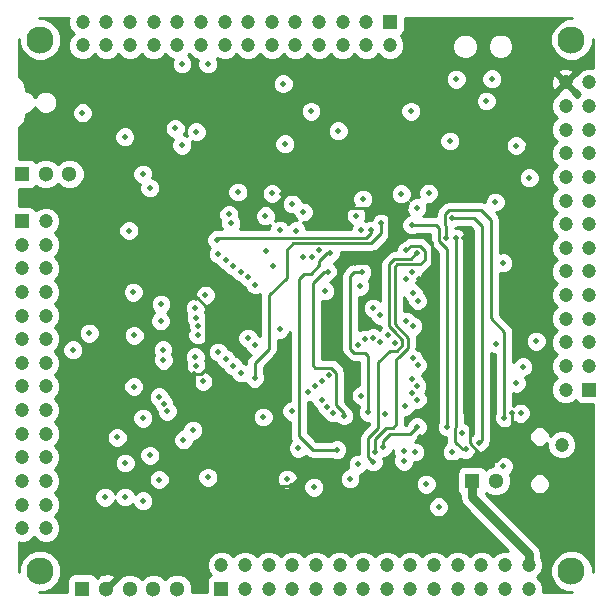
<source format=gbr>
G04 #@! TF.FileFunction,Copper,L2,Inr,Signal*
%FSLAX46Y46*%
G04 Gerber Fmt 4.6, Leading zero omitted, Abs format (unit mm)*
G04 Created by KiCad (PCBNEW 4.0.6) date 03/11/19 23:36:44*
%MOMM*%
%LPD*%
G01*
G04 APERTURE LIST*
%ADD10C,0.100000*%
%ADD11R,1.300000X1.300000*%
%ADD12C,1.300000*%
%ADD13C,1.200000*%
%ADD14R,1.200000X1.200000*%
%ADD15C,2.300000*%
%ADD16C,0.500000*%
%ADD17C,0.800000*%
%ADD18C,0.250000*%
%ADD19C,0.300000*%
%ADD20C,0.254000*%
G04 APERTURE END LIST*
D10*
D11*
X139100000Y-139900000D03*
D12*
X141100000Y-139900000D03*
D13*
X143870000Y-149000000D03*
X143870000Y-147000000D03*
X141870000Y-147000000D03*
X141870000Y-149000000D03*
D14*
X117870000Y-149000000D03*
D13*
X117870000Y-147000000D03*
X119870000Y-149000000D03*
X119870000Y-147000000D03*
X121870000Y-149000000D03*
X121870000Y-147000000D03*
X123870000Y-149000000D03*
X123870000Y-147000000D03*
X125870000Y-149000000D03*
X125870000Y-147000000D03*
X127870000Y-149000000D03*
X127870000Y-147000000D03*
X129870000Y-149000000D03*
X129870000Y-147000000D03*
X131870000Y-149000000D03*
X131870000Y-147000000D03*
X133870000Y-149000000D03*
X133870000Y-147000000D03*
X135870000Y-149000000D03*
X135870000Y-147000000D03*
X137870000Y-149000000D03*
X137870000Y-147000000D03*
X139870000Y-149000000D03*
X139870000Y-147000000D03*
X106130000Y-101000000D03*
X106130000Y-103000000D03*
X108130000Y-103000000D03*
X108130000Y-101000000D03*
D14*
X132130000Y-101000000D03*
D13*
X132130000Y-103000000D03*
X130130000Y-101000000D03*
X130130000Y-103000000D03*
X128130000Y-101000000D03*
X128130000Y-103000000D03*
X126130000Y-101000000D03*
X126130000Y-103000000D03*
X124130000Y-101000000D03*
X124130000Y-103000000D03*
X122130000Y-101000000D03*
X122130000Y-103000000D03*
X120130000Y-101000000D03*
X120130000Y-103000000D03*
X118130000Y-101000000D03*
X118130000Y-103000000D03*
X116130000Y-101000000D03*
X116130000Y-103000000D03*
X114130000Y-101000000D03*
X114130000Y-103000000D03*
X112130000Y-101000000D03*
X112130000Y-103000000D03*
X110130000Y-101000000D03*
X110130000Y-103000000D03*
D15*
X147500000Y-147500000D03*
X102500000Y-147500000D03*
X147500000Y-102500000D03*
X102500000Y-102500000D03*
D13*
X101000000Y-143870000D03*
X103000000Y-143870000D03*
X103000000Y-141870000D03*
X101000000Y-141870000D03*
D14*
X101000000Y-117870000D03*
D13*
X103000000Y-117870000D03*
X101000000Y-119870000D03*
X103000000Y-119870000D03*
X101000000Y-121870000D03*
X103000000Y-121870000D03*
X101000000Y-123870000D03*
X103000000Y-123870000D03*
X101000000Y-125870000D03*
X103000000Y-125870000D03*
X101000000Y-127870000D03*
X103000000Y-127870000D03*
X101000000Y-129870000D03*
X103000000Y-129870000D03*
X101000000Y-131870000D03*
X103000000Y-131870000D03*
X101000000Y-133870000D03*
X103000000Y-133870000D03*
X101000000Y-135870000D03*
X103000000Y-135870000D03*
X101000000Y-137870000D03*
X103000000Y-137870000D03*
X101000000Y-139870000D03*
X103000000Y-139870000D03*
D11*
X101000000Y-113870000D03*
D12*
X103000000Y-113870000D03*
X105000000Y-113870000D03*
X114100000Y-149000000D03*
D11*
X106100000Y-149000000D03*
D12*
X108100000Y-149000000D03*
X110100000Y-149000000D03*
X112100000Y-149000000D03*
D13*
X149000000Y-106130000D03*
X147000000Y-106130000D03*
X147000000Y-108130000D03*
X149000000Y-108130000D03*
D14*
X149000000Y-132130000D03*
D13*
X147000000Y-132130000D03*
X149000000Y-130130000D03*
X147000000Y-130130000D03*
X149000000Y-128130000D03*
X147000000Y-128130000D03*
X149000000Y-126130000D03*
X147000000Y-126130000D03*
X149000000Y-124130000D03*
X147000000Y-124130000D03*
X149000000Y-122130000D03*
X147000000Y-122130000D03*
X149000000Y-120130000D03*
X147000000Y-120130000D03*
X149000000Y-118130000D03*
X147000000Y-118130000D03*
X149000000Y-116130000D03*
X147000000Y-116130000D03*
X149000000Y-114130000D03*
X147000000Y-114130000D03*
X149000000Y-112130000D03*
X147000000Y-112130000D03*
X149000000Y-110130000D03*
X147000000Y-110130000D03*
D16*
X105290000Y-128760000D03*
X123440000Y-139720000D03*
X128750000Y-139680000D03*
X137390000Y-137440000D03*
X138220000Y-135820000D03*
X129710000Y-132640000D03*
D13*
X146690000Y-136810000D03*
D16*
X124810000Y-120880000D03*
X124810000Y-117100000D03*
X129720000Y-118650000D03*
X123230000Y-111320000D03*
X143930000Y-114200000D03*
X141690000Y-121400000D03*
X134230000Y-137420000D03*
X111200000Y-141540000D03*
X115730000Y-110310000D03*
X109670000Y-110730000D03*
X143190000Y-134140000D03*
X141090000Y-128250000D03*
X110410000Y-123880000D03*
X110430000Y-131880000D03*
X110490000Y-127550000D03*
X127750000Y-110220000D03*
X142810000Y-111470000D03*
X111800000Y-137710000D03*
X137750000Y-105850000D03*
X137200000Y-111090000D03*
X141060000Y-116250000D03*
X116720000Y-139570000D03*
X135200000Y-140150000D03*
X136250000Y-142050000D03*
X138540000Y-137200000D03*
X137690000Y-119330000D03*
X139700000Y-136620000D03*
X137390000Y-117590000D03*
X141730000Y-138610000D03*
X130520000Y-118640000D03*
X117450000Y-119440000D03*
X115440000Y-135570000D03*
X131410000Y-118060000D03*
X120670000Y-131180000D03*
X114650000Y-136390000D03*
X133090000Y-115570000D03*
X140300000Y-107700000D03*
X121590000Y-117420000D03*
X121410000Y-134460000D03*
X133900000Y-108580000D03*
X125450000Y-108580000D03*
X119250000Y-115410000D03*
X123100000Y-106230000D03*
X115860000Y-127500000D03*
X116300000Y-131450000D03*
X106100000Y-108700000D03*
X116510000Y-124150000D03*
X135400000Y-115500000D03*
X134420000Y-116730000D03*
X140750000Y-105820000D03*
X109040000Y-136190000D03*
X110020000Y-118670000D03*
X106660000Y-127350000D03*
X108000000Y-141240000D03*
X109720000Y-138350000D03*
X111200000Y-134570000D03*
X109690000Y-141230000D03*
X112610000Y-139750000D03*
D13*
X128500000Y-142040000D03*
D16*
X129210000Y-121400000D03*
X134470000Y-128660000D03*
X138440000Y-119330000D03*
X138820000Y-112090000D03*
X142470000Y-134140000D03*
X139700000Y-138200000D03*
X134690000Y-136110000D03*
X128350000Y-138310000D03*
X123780000Y-140340000D03*
X116680000Y-137950000D03*
X110700000Y-137440000D03*
X115740000Y-124400000D03*
X115520000Y-130840000D03*
X116270000Y-112570000D03*
X123000000Y-115550000D03*
X134560000Y-122800000D03*
X137950000Y-115630000D03*
X141090000Y-114200000D03*
X108390000Y-139440000D03*
X125910000Y-117100000D03*
X125520000Y-120900000D03*
X105960000Y-111300000D03*
X142250000Y-105890000D03*
X134010000Y-131240000D03*
X117600000Y-120660000D03*
X117600000Y-128950000D03*
X134420000Y-131820000D03*
X118220000Y-121170000D03*
X118220000Y-129550000D03*
X134020000Y-132400000D03*
X118860000Y-130140000D03*
X118860000Y-121670000D03*
X134440000Y-132980000D03*
X119500000Y-130730000D03*
X119500000Y-122170000D03*
X120110000Y-127780000D03*
X129990000Y-127860000D03*
X120110000Y-122640000D03*
X120710000Y-123250000D03*
X129410000Y-128370000D03*
X120710000Y-128370000D03*
X112750000Y-124910000D03*
X115640000Y-125250000D03*
X112710000Y-126310000D03*
X115740000Y-126040000D03*
X115920000Y-126750000D03*
X112920000Y-128750000D03*
X134470000Y-124600000D03*
X112960000Y-129640000D03*
X115650000Y-129350000D03*
X115740000Y-130100000D03*
X112600000Y-132750000D03*
X113000000Y-133330000D03*
X113270000Y-133980000D03*
X133310000Y-137370000D03*
X133300000Y-138190000D03*
X131750000Y-134220000D03*
X133510000Y-126330000D03*
X126980000Y-130910000D03*
X126390000Y-131380000D03*
X124380000Y-137090000D03*
X125810000Y-131830000D03*
X123800000Y-133970000D03*
X125220000Y-132300000D03*
X133420000Y-133560000D03*
X125680000Y-140410000D03*
X126340000Y-133030000D03*
X126830000Y-133600000D03*
X121600000Y-120360000D03*
X127330000Y-134110000D03*
X126140000Y-120340000D03*
X127070000Y-120600000D03*
X127620000Y-137240000D03*
X128230000Y-134340000D03*
X126850000Y-122140000D03*
X129430000Y-138440000D03*
X130290000Y-134040000D03*
X134010000Y-122200000D03*
X129760000Y-122200000D03*
X134460000Y-120600000D03*
X130720000Y-138260000D03*
X133530000Y-120350000D03*
X130870000Y-137390000D03*
X134450000Y-135280000D03*
X136980000Y-135280000D03*
X133980000Y-118200000D03*
X131580000Y-137010000D03*
X142820000Y-131600000D03*
X143400000Y-130190000D03*
X144510000Y-128040000D03*
X132600000Y-128150000D03*
X132000000Y-127550000D03*
X134070000Y-129490000D03*
X131320000Y-128080000D03*
X131320000Y-125850000D03*
X130700000Y-127750000D03*
X134470000Y-130070000D03*
X130700000Y-125250000D03*
X129580000Y-123370000D03*
X134120000Y-123990000D03*
X126620000Y-123790000D03*
X129840000Y-116000000D03*
X129260000Y-117400000D03*
X123870000Y-116400000D03*
X113940000Y-110030000D03*
X114520000Y-111450000D03*
X133510000Y-122780000D03*
X122200000Y-121640000D03*
X114530000Y-104540000D03*
X116720000Y-104540000D03*
X122170000Y-115530000D03*
X124170000Y-118670000D03*
X122790000Y-127040000D03*
X134080000Y-126780000D03*
X122790000Y-118650000D03*
X141830000Y-134530000D03*
X136870000Y-119340000D03*
X111800000Y-115070000D03*
X118480000Y-117310000D03*
X118660000Y-118070000D03*
X111200000Y-113880000D03*
D17*
X139100000Y-139900000D02*
X139100000Y-141270000D01*
X143870000Y-146040000D02*
X143870000Y-147000000D01*
X139100000Y-141270000D02*
X143870000Y-146040000D01*
D18*
X138540000Y-137200000D02*
X138280000Y-137200000D01*
X138280000Y-137200000D02*
X137820000Y-136740000D01*
X137690000Y-133330000D02*
X137690000Y-135310000D01*
X137630000Y-135370000D02*
X137630000Y-136550000D01*
X137690000Y-135310000D02*
X137630000Y-135370000D01*
X137630000Y-136550000D02*
X137820000Y-136740000D01*
X137690000Y-119860000D02*
X137690000Y-133330000D01*
X137690000Y-119950000D02*
X137690000Y-119860000D01*
X137690000Y-119950000D02*
X137690000Y-119330000D01*
X139900000Y-135490000D02*
X139900000Y-118270000D01*
X139900000Y-135490000D02*
X139900000Y-136420000D01*
X139900000Y-136200000D02*
X139900000Y-135490000D01*
X139900000Y-136420000D02*
X139700000Y-136620000D01*
X139700000Y-136620000D02*
X139690000Y-136630000D01*
X139900000Y-118270000D02*
X139220000Y-117590000D01*
X139220000Y-117590000D02*
X137390000Y-117590000D01*
X130520000Y-118640000D02*
X130520000Y-118860000D01*
X130520000Y-118860000D02*
X130120000Y-119260000D01*
X130520000Y-118640000D02*
X130510000Y-118650000D01*
X117630000Y-119260000D02*
X117450000Y-119440000D01*
X130120000Y-119260000D02*
X117630000Y-119260000D01*
X115410000Y-135600000D02*
X115380000Y-135600000D01*
X115440000Y-135570000D02*
X115410000Y-135600000D01*
X130000000Y-119740000D02*
X130550000Y-119740000D01*
X131410000Y-118880000D02*
X131410000Y-118060000D01*
X130550000Y-119740000D02*
X131410000Y-118880000D01*
X120670000Y-131180000D02*
X120670000Y-129920000D01*
X123950000Y-119740000D02*
X130000000Y-119740000D01*
X123380000Y-120310000D02*
X123950000Y-119740000D01*
X123380000Y-122660000D02*
X123380000Y-120310000D01*
X121900000Y-124140000D02*
X123380000Y-122660000D01*
X121900000Y-128690000D02*
X121900000Y-124140000D01*
X120670000Y-129920000D02*
X121900000Y-128690000D01*
X132390000Y-142040000D02*
X133630000Y-142040000D01*
X134250000Y-139510000D02*
X135270000Y-138490000D01*
X134250000Y-141420000D02*
X134250000Y-139510000D01*
X133630000Y-142040000D02*
X134250000Y-141420000D01*
X128500000Y-142040000D02*
X132390000Y-142040000D01*
D19*
X128500000Y-142040000D02*
X124460000Y-142040000D01*
X123780000Y-141360000D02*
X123780000Y-140340000D01*
X124460000Y-142040000D02*
X123780000Y-141360000D01*
D18*
X134560000Y-122800000D02*
X134980000Y-122800000D01*
X132130000Y-119630000D02*
X132090000Y-119630000D01*
X132090000Y-119670000D02*
X132130000Y-119630000D01*
X132090000Y-119680000D02*
X132090000Y-119670000D01*
X132650000Y-119120000D02*
X132090000Y-119680000D01*
X133510000Y-119120000D02*
X132650000Y-119120000D01*
X135140000Y-119120000D02*
X133510000Y-119120000D01*
X135680000Y-119660000D02*
X135140000Y-119120000D01*
X135680000Y-122100000D02*
X135680000Y-119660000D01*
X134980000Y-122800000D02*
X135680000Y-122100000D01*
X125910000Y-117100000D02*
X128340000Y-117100000D01*
X128340000Y-117100000D02*
X128680000Y-116760000D01*
X128680000Y-116760000D02*
X131440000Y-116760000D01*
X131440000Y-116760000D02*
X132090000Y-117410000D01*
X132090000Y-117410000D02*
X132090000Y-119630000D01*
X132090000Y-119630000D02*
X132090000Y-120480000D01*
X132090000Y-120480000D02*
X131170000Y-121400000D01*
X131170000Y-121400000D02*
X129210000Y-121400000D01*
X134560000Y-122800000D02*
X134560000Y-123270000D01*
X135330000Y-127800000D02*
X134470000Y-128660000D01*
X135330000Y-124040000D02*
X135330000Y-127800000D01*
X134560000Y-123270000D02*
X135330000Y-124040000D01*
X138440000Y-119330000D02*
X138440000Y-134160000D01*
X139700000Y-137470000D02*
X139700000Y-138200000D01*
X138920000Y-136690000D02*
X139700000Y-137470000D01*
X138920000Y-134640000D02*
X138920000Y-136690000D01*
X138440000Y-134160000D02*
X138920000Y-134640000D01*
X139700000Y-138200000D02*
X141140000Y-138200000D01*
X141140000Y-138200000D02*
X142470000Y-136870000D01*
X142470000Y-136870000D02*
X142470000Y-134140000D01*
X139700000Y-138200000D02*
X135560000Y-138200000D01*
X135560000Y-138200000D02*
X135270000Y-138490000D01*
X134690000Y-136110000D02*
X134810000Y-136110000D01*
X135270000Y-136570000D02*
X135270000Y-138490000D01*
X134810000Y-136110000D02*
X135270000Y-136570000D01*
X128350000Y-138310000D02*
X125350000Y-138310000D01*
X125350000Y-138310000D02*
X124800000Y-138860000D01*
X124800000Y-138860000D02*
X124800000Y-139320000D01*
X124800000Y-139320000D02*
X123780000Y-140340000D01*
X123780000Y-140340000D02*
X119910000Y-140340000D01*
X119180000Y-137950000D02*
X116680000Y-137950000D01*
X119670000Y-138440000D02*
X119180000Y-137950000D01*
X119670000Y-140100000D02*
X119670000Y-138440000D01*
X119910000Y-140340000D02*
X119670000Y-140100000D01*
X116680000Y-137950000D02*
X116680000Y-135300000D01*
X116680000Y-135300000D02*
X115520000Y-134140000D01*
X115520000Y-130840000D02*
X115520000Y-134140000D01*
X115520000Y-134140000D02*
X114210000Y-135450000D01*
X114210000Y-135450000D02*
X111180000Y-135450000D01*
X111180000Y-135450000D02*
X110700000Y-135930000D01*
X110700000Y-135930000D02*
X110700000Y-137440000D01*
X115740000Y-124400000D02*
X115840000Y-124400000D01*
X116120000Y-130840000D02*
X115520000Y-130840000D01*
X116590000Y-130370000D02*
X116120000Y-130840000D01*
X116590000Y-125150000D02*
X116590000Y-130370000D01*
X115840000Y-124400000D02*
X116590000Y-125150000D01*
X116270000Y-112570000D02*
X122510000Y-112570000D01*
X123000000Y-113060000D02*
X123000000Y-115550000D01*
X122510000Y-112570000D02*
X123000000Y-113060000D01*
X125910000Y-117100000D02*
X125910000Y-116110000D01*
X125910000Y-116110000D02*
X125350000Y-115550000D01*
X125350000Y-115550000D02*
X123000000Y-115550000D01*
X141090000Y-114200000D02*
X138520000Y-114200000D01*
X137950000Y-114770000D02*
X137950000Y-115630000D01*
X138520000Y-114200000D02*
X137950000Y-114770000D01*
X120120000Y-122650000D02*
X120120000Y-122690000D01*
X120110000Y-122640000D02*
X120120000Y-122650000D01*
X127070000Y-120600000D02*
X126820000Y-120600000D01*
X126150000Y-121620000D02*
X125420000Y-122350000D01*
X126150000Y-121270000D02*
X126150000Y-121620000D01*
X126820000Y-120600000D02*
X126150000Y-121270000D01*
X125580000Y-137240000D02*
X124400000Y-136060000D01*
X127620000Y-137240000D02*
X125580000Y-137240000D01*
X124850000Y-122350000D02*
X125420000Y-122350000D01*
X124400000Y-122800000D02*
X124850000Y-122350000D01*
X124400000Y-136060000D02*
X124400000Y-122800000D01*
X126550000Y-130270000D02*
X127160000Y-130270000D01*
X128230000Y-134130000D02*
X128230000Y-134340000D01*
X127580000Y-133480000D02*
X128230000Y-134130000D01*
X127580000Y-130690000D02*
X127580000Y-133480000D01*
X127160000Y-130270000D02*
X127580000Y-130690000D01*
X125620000Y-130070000D02*
X125620000Y-127790000D01*
X125820000Y-130270000D02*
X125620000Y-130070000D01*
X126550000Y-130270000D02*
X125820000Y-130270000D01*
X126570000Y-122140000D02*
X125620000Y-123090000D01*
X126850000Y-122140000D02*
X126570000Y-122140000D01*
X125620000Y-123090000D02*
X125620000Y-127790000D01*
X129520000Y-129050000D02*
X130020000Y-129050000D01*
X130290000Y-129320000D02*
X130290000Y-134040000D01*
X130020000Y-129050000D02*
X130290000Y-129320000D01*
X128750000Y-128120000D02*
X128750000Y-128670000D01*
X129070000Y-122200000D02*
X128750000Y-122520000D01*
X128750000Y-122520000D02*
X128750000Y-128120000D01*
X129760000Y-122200000D02*
X129070000Y-122200000D01*
X128750000Y-128670000D02*
X129130000Y-129050000D01*
X129130000Y-129050000D02*
X129520000Y-129050000D01*
X132470000Y-128860000D02*
X132110000Y-128860000D01*
X130290000Y-137830000D02*
X130720000Y-138260000D01*
X130290000Y-136260000D02*
X130290000Y-137830000D01*
X131150000Y-135400000D02*
X130290000Y-136260000D01*
X131150000Y-129820000D02*
X131150000Y-135400000D01*
X132110000Y-128860000D02*
X131150000Y-129820000D01*
X134460000Y-120600000D02*
X134360000Y-120600000D01*
X132060000Y-126770000D02*
X132570000Y-127280000D01*
X132060000Y-121510000D02*
X132060000Y-126770000D01*
X132500000Y-121070000D02*
X132060000Y-121510000D01*
X133890000Y-121070000D02*
X132500000Y-121070000D01*
X134360000Y-120600000D02*
X133890000Y-121070000D01*
X133190000Y-128000000D02*
X133190000Y-127900000D01*
X133190000Y-127900000D02*
X132570000Y-127280000D01*
X132720000Y-128860000D02*
X132470000Y-128860000D01*
X133190000Y-128390000D02*
X132720000Y-128860000D01*
X133190000Y-128000000D02*
X133190000Y-128390000D01*
X134360000Y-119960000D02*
X134650000Y-119960000D01*
X134650000Y-119960000D02*
X135090000Y-120400000D01*
X130870000Y-136630000D02*
X130870000Y-136340000D01*
X130870000Y-137390000D02*
X130870000Y-136630000D01*
X135090000Y-121140000D02*
X135090000Y-120400000D01*
X134690000Y-121540000D02*
X135090000Y-121140000D01*
X132770000Y-121540000D02*
X134690000Y-121540000D01*
X132530000Y-121780000D02*
X132770000Y-121540000D01*
X132530000Y-126590000D02*
X132530000Y-121780000D01*
X133670000Y-127730000D02*
X132530000Y-126590000D01*
X133670000Y-128580000D02*
X133670000Y-128140000D01*
X132910000Y-129340000D02*
X133670000Y-128580000D01*
X133670000Y-128140000D02*
X133670000Y-127730000D01*
X130870000Y-136340000D02*
X131830000Y-135380000D01*
X131830000Y-135380000D02*
X132380000Y-135380000D01*
X132380000Y-135380000D02*
X132670000Y-135090000D01*
X132670000Y-135090000D02*
X132670000Y-129580000D01*
X132670000Y-129580000D02*
X132910000Y-129340000D01*
X134360000Y-119960000D02*
X133920000Y-119960000D01*
X133920000Y-119960000D02*
X133530000Y-120350000D01*
X134940000Y-118200000D02*
X136050000Y-118200000D01*
X136980000Y-120270000D02*
X136980000Y-120650000D01*
X136290000Y-119580000D02*
X136980000Y-120270000D01*
X136290000Y-118440000D02*
X136290000Y-119580000D01*
X136050000Y-118200000D02*
X136290000Y-118440000D01*
X136980000Y-135280000D02*
X136980000Y-120650000D01*
X131580000Y-137010000D02*
X131580000Y-136550000D01*
X131580000Y-136470000D02*
X132140000Y-135910000D01*
X132140000Y-135910000D02*
X132850000Y-135910000D01*
X131580000Y-136550000D02*
X131580000Y-136470000D01*
X133820000Y-135910000D02*
X134450000Y-135280000D01*
X132850000Y-135910000D02*
X133820000Y-135910000D01*
X134940000Y-118200000D02*
X133980000Y-118200000D01*
X136870000Y-119340000D02*
X136870000Y-118250000D01*
X141830000Y-127270000D02*
X141830000Y-134530000D01*
X140660000Y-126100000D02*
X141830000Y-127270000D01*
X140660000Y-117750000D02*
X140660000Y-126100000D01*
X139880000Y-116970000D02*
X140660000Y-117750000D01*
X137100000Y-116970000D02*
X139880000Y-116970000D01*
X136780000Y-117290000D02*
X137100000Y-116970000D01*
X136780000Y-118160000D02*
X136780000Y-117290000D01*
X136870000Y-118250000D02*
X136780000Y-118160000D01*
D20*
G36*
X104895215Y-100753266D02*
X104894786Y-101244579D01*
X105082408Y-101698657D01*
X105383446Y-102000221D01*
X105083629Y-102299515D01*
X104895215Y-102753266D01*
X104894786Y-103244579D01*
X105082408Y-103698657D01*
X105429515Y-104046371D01*
X105883266Y-104234785D01*
X106374579Y-104235214D01*
X106828657Y-104047592D01*
X107130221Y-103746554D01*
X107429515Y-104046371D01*
X107883266Y-104234785D01*
X108374579Y-104235214D01*
X108828657Y-104047592D01*
X109130221Y-103746554D01*
X109429515Y-104046371D01*
X109883266Y-104234785D01*
X110374579Y-104235214D01*
X110828657Y-104047592D01*
X111130221Y-103746554D01*
X111429515Y-104046371D01*
X111883266Y-104234785D01*
X112374579Y-104235214D01*
X112828657Y-104047592D01*
X113130221Y-103746554D01*
X113429515Y-104046371D01*
X113725649Y-104169337D01*
X113645154Y-104363190D01*
X113644847Y-104715265D01*
X113779296Y-105040657D01*
X114028033Y-105289829D01*
X114353190Y-105424846D01*
X114705265Y-105425153D01*
X115030657Y-105290704D01*
X115279829Y-105041967D01*
X115414846Y-104716810D01*
X115415153Y-104364735D01*
X115280704Y-104039343D01*
X115059200Y-103817452D01*
X115130221Y-103746554D01*
X115429515Y-104046371D01*
X115883266Y-104234785D01*
X115888471Y-104234790D01*
X115835154Y-104363190D01*
X115834847Y-104715265D01*
X115969296Y-105040657D01*
X116218033Y-105289829D01*
X116543190Y-105424846D01*
X116895265Y-105425153D01*
X117220657Y-105290704D01*
X117469829Y-105041967D01*
X117604846Y-104716810D01*
X117605153Y-104364735D01*
X117482740Y-104068472D01*
X117883266Y-104234785D01*
X118374579Y-104235214D01*
X118828657Y-104047592D01*
X119130221Y-103746554D01*
X119429515Y-104046371D01*
X119883266Y-104234785D01*
X120374579Y-104235214D01*
X120828657Y-104047592D01*
X121130221Y-103746554D01*
X121429515Y-104046371D01*
X121883266Y-104234785D01*
X122374579Y-104235214D01*
X122828657Y-104047592D01*
X123130221Y-103746554D01*
X123429515Y-104046371D01*
X123883266Y-104234785D01*
X124374579Y-104235214D01*
X124828657Y-104047592D01*
X125130221Y-103746554D01*
X125429515Y-104046371D01*
X125883266Y-104234785D01*
X126374579Y-104235214D01*
X126828657Y-104047592D01*
X127130221Y-103746554D01*
X127429515Y-104046371D01*
X127883266Y-104234785D01*
X128374579Y-104235214D01*
X128828657Y-104047592D01*
X129130221Y-103746554D01*
X129429515Y-104046371D01*
X129883266Y-104234785D01*
X130374579Y-104235214D01*
X130828657Y-104047592D01*
X131130221Y-103746554D01*
X131429515Y-104046371D01*
X131883266Y-104234785D01*
X132374579Y-104235214D01*
X132828657Y-104047592D01*
X133176371Y-103700485D01*
X133346872Y-103289873D01*
X137414812Y-103289873D01*
X137579646Y-103688800D01*
X137884595Y-103994282D01*
X138283233Y-104159811D01*
X138714873Y-104160188D01*
X139113800Y-103995354D01*
X139419282Y-103690405D01*
X139584811Y-103291767D01*
X139584812Y-103289873D01*
X140414812Y-103289873D01*
X140579646Y-103688800D01*
X140884595Y-103994282D01*
X141283233Y-104159811D01*
X141714873Y-104160188D01*
X142113800Y-103995354D01*
X142419282Y-103690405D01*
X142584811Y-103291767D01*
X142585188Y-102860127D01*
X142420354Y-102461200D01*
X142115405Y-102155718D01*
X141716767Y-101990189D01*
X141285127Y-101989812D01*
X140886200Y-102154646D01*
X140580718Y-102459595D01*
X140415189Y-102858233D01*
X140414812Y-103289873D01*
X139584812Y-103289873D01*
X139585188Y-102860127D01*
X139420354Y-102461200D01*
X139115405Y-102155718D01*
X138716767Y-101990189D01*
X138285127Y-101989812D01*
X137886200Y-102154646D01*
X137580718Y-102459595D01*
X137415189Y-102858233D01*
X137414812Y-103289873D01*
X133346872Y-103289873D01*
X133364785Y-103246734D01*
X133365214Y-102755421D01*
X133177592Y-102301343D01*
X133034891Y-102158392D01*
X133181441Y-102064090D01*
X133326431Y-101851890D01*
X133377440Y-101600000D01*
X133377440Y-100685000D01*
X147432533Y-100685000D01*
X147583719Y-100715073D01*
X147146499Y-100714691D01*
X146490200Y-100985868D01*
X145987633Y-101487559D01*
X145715311Y-102143384D01*
X145714691Y-102853501D01*
X145985868Y-103509800D01*
X146487559Y-104012367D01*
X147143384Y-104284689D01*
X147853501Y-104285309D01*
X148509800Y-104014132D01*
X149012367Y-103512441D01*
X149284689Y-102856616D01*
X149285073Y-102417013D01*
X149315000Y-102567467D01*
X149315000Y-104923562D01*
X149246734Y-104895215D01*
X148755421Y-104894786D01*
X148301343Y-105082408D01*
X147953629Y-105429515D01*
X147939428Y-105463715D01*
X147862735Y-105446870D01*
X147179605Y-106130000D01*
X147862735Y-106813130D01*
X147939065Y-106796365D01*
X147952408Y-106828657D01*
X148253446Y-107130221D01*
X147999779Y-107383446D01*
X147700485Y-107083629D01*
X147666285Y-107069428D01*
X147683130Y-106992735D01*
X147000000Y-106309605D01*
X146316870Y-106992735D01*
X146333635Y-107069065D01*
X146301343Y-107082408D01*
X145953629Y-107429515D01*
X145765215Y-107883266D01*
X145764786Y-108374579D01*
X145952408Y-108828657D01*
X146253446Y-109130221D01*
X145953629Y-109429515D01*
X145765215Y-109883266D01*
X145764786Y-110374579D01*
X145952408Y-110828657D01*
X146253446Y-111130221D01*
X145953629Y-111429515D01*
X145765215Y-111883266D01*
X145764786Y-112374579D01*
X145952408Y-112828657D01*
X146253446Y-113130221D01*
X145953629Y-113429515D01*
X145765215Y-113883266D01*
X145764786Y-114374579D01*
X145952408Y-114828657D01*
X146253446Y-115130221D01*
X145953629Y-115429515D01*
X145765215Y-115883266D01*
X145764786Y-116374579D01*
X145952408Y-116828657D01*
X146253446Y-117130221D01*
X145953629Y-117429515D01*
X145765215Y-117883266D01*
X145764786Y-118374579D01*
X145952408Y-118828657D01*
X146253446Y-119130221D01*
X145953629Y-119429515D01*
X145765215Y-119883266D01*
X145764786Y-120374579D01*
X145952408Y-120828657D01*
X146253446Y-121130221D01*
X145953629Y-121429515D01*
X145765215Y-121883266D01*
X145764786Y-122374579D01*
X145952408Y-122828657D01*
X146253446Y-123130221D01*
X145953629Y-123429515D01*
X145765215Y-123883266D01*
X145764786Y-124374579D01*
X145952408Y-124828657D01*
X146253446Y-125130221D01*
X145953629Y-125429515D01*
X145765215Y-125883266D01*
X145764786Y-126374579D01*
X145952408Y-126828657D01*
X146253446Y-127130221D01*
X145953629Y-127429515D01*
X145765215Y-127883266D01*
X145764786Y-128374579D01*
X145952408Y-128828657D01*
X146253446Y-129130221D01*
X145953629Y-129429515D01*
X145765215Y-129883266D01*
X145764786Y-130374579D01*
X145952408Y-130828657D01*
X146253446Y-131130221D01*
X145953629Y-131429515D01*
X145765215Y-131883266D01*
X145764786Y-132374579D01*
X145952408Y-132828657D01*
X146299515Y-133176371D01*
X146753266Y-133364785D01*
X147244579Y-133365214D01*
X147698657Y-133177592D01*
X147841608Y-133034891D01*
X147935910Y-133181441D01*
X148148110Y-133326431D01*
X148400000Y-133377440D01*
X149315000Y-133377440D01*
X149315000Y-147432533D01*
X149284927Y-147583719D01*
X149285309Y-147146499D01*
X149014132Y-146490200D01*
X148512441Y-145987633D01*
X147856616Y-145715311D01*
X147146499Y-145714691D01*
X146490200Y-145985868D01*
X145987633Y-146487559D01*
X145715311Y-147143384D01*
X145714691Y-147853501D01*
X145985868Y-148509800D01*
X146487559Y-149012367D01*
X147143384Y-149284689D01*
X147582987Y-149285073D01*
X147432533Y-149315000D01*
X145076438Y-149315000D01*
X145104785Y-149246734D01*
X145105214Y-148755421D01*
X144917592Y-148301343D01*
X144616554Y-147999779D01*
X144916371Y-147700485D01*
X145104785Y-147246734D01*
X145105214Y-146755421D01*
X144917592Y-146301343D01*
X144905000Y-146288729D01*
X144905000Y-146040005D01*
X144905001Y-146040000D01*
X144826215Y-145643923D01*
X144601856Y-145308144D01*
X144601853Y-145308142D01*
X140244615Y-140950903D01*
X140280687Y-140898109D01*
X140371155Y-140988735D01*
X140843276Y-141184777D01*
X141354481Y-141185223D01*
X141826943Y-140990005D01*
X142188735Y-140628845D01*
X142331402Y-140285265D01*
X143904847Y-140285265D01*
X144039296Y-140610657D01*
X144288033Y-140859829D01*
X144613190Y-140994846D01*
X144965265Y-140995153D01*
X145290657Y-140860704D01*
X145539829Y-140611967D01*
X145674846Y-140286810D01*
X145675153Y-139934735D01*
X145540704Y-139609343D01*
X145291967Y-139360171D01*
X144966810Y-139225154D01*
X144614735Y-139224847D01*
X144289343Y-139359296D01*
X144040171Y-139608033D01*
X143905154Y-139933190D01*
X143904847Y-140285265D01*
X142331402Y-140285265D01*
X142384777Y-140156724D01*
X142385223Y-139645519D01*
X142256769Y-139334638D01*
X142479829Y-139111967D01*
X142614846Y-138786810D01*
X142615153Y-138434735D01*
X142480704Y-138109343D01*
X142231967Y-137860171D01*
X141906810Y-137725154D01*
X141554735Y-137724847D01*
X141229343Y-137859296D01*
X140980171Y-138108033D01*
X140845154Y-138433190D01*
X140844995Y-138614993D01*
X140373057Y-138809995D01*
X140280746Y-138902145D01*
X140214090Y-138798559D01*
X140001890Y-138653569D01*
X139750000Y-138602560D01*
X138450000Y-138602560D01*
X138214683Y-138646838D01*
X137998559Y-138785910D01*
X137853569Y-138998110D01*
X137802560Y-139250000D01*
X137802560Y-140550000D01*
X137846838Y-140785317D01*
X137985910Y-141001441D01*
X138065000Y-141055481D01*
X138065000Y-141269995D01*
X138064999Y-141270000D01*
X138143785Y-141666077D01*
X138368144Y-142001856D01*
X142141992Y-145775703D01*
X142116734Y-145765215D01*
X141625421Y-145764786D01*
X141171343Y-145952408D01*
X140869779Y-146253446D01*
X140570485Y-145953629D01*
X140116734Y-145765215D01*
X139625421Y-145764786D01*
X139171343Y-145952408D01*
X138869779Y-146253446D01*
X138570485Y-145953629D01*
X138116734Y-145765215D01*
X137625421Y-145764786D01*
X137171343Y-145952408D01*
X136869779Y-146253446D01*
X136570485Y-145953629D01*
X136116734Y-145765215D01*
X135625421Y-145764786D01*
X135171343Y-145952408D01*
X134869779Y-146253446D01*
X134570485Y-145953629D01*
X134116734Y-145765215D01*
X133625421Y-145764786D01*
X133171343Y-145952408D01*
X132869779Y-146253446D01*
X132570485Y-145953629D01*
X132116734Y-145765215D01*
X131625421Y-145764786D01*
X131171343Y-145952408D01*
X130869779Y-146253446D01*
X130570485Y-145953629D01*
X130116734Y-145765215D01*
X129625421Y-145764786D01*
X129171343Y-145952408D01*
X128869779Y-146253446D01*
X128570485Y-145953629D01*
X128116734Y-145765215D01*
X127625421Y-145764786D01*
X127171343Y-145952408D01*
X126869779Y-146253446D01*
X126570485Y-145953629D01*
X126116734Y-145765215D01*
X125625421Y-145764786D01*
X125171343Y-145952408D01*
X124869779Y-146253446D01*
X124570485Y-145953629D01*
X124116734Y-145765215D01*
X123625421Y-145764786D01*
X123171343Y-145952408D01*
X122869779Y-146253446D01*
X122570485Y-145953629D01*
X122116734Y-145765215D01*
X121625421Y-145764786D01*
X121171343Y-145952408D01*
X120869779Y-146253446D01*
X120570485Y-145953629D01*
X120116734Y-145765215D01*
X119625421Y-145764786D01*
X119171343Y-145952408D01*
X118869779Y-146253446D01*
X118570485Y-145953629D01*
X118116734Y-145765215D01*
X117625421Y-145764786D01*
X117171343Y-145952408D01*
X116823629Y-146299515D01*
X116635215Y-146753266D01*
X116634786Y-147244579D01*
X116822408Y-147698657D01*
X116965109Y-147841608D01*
X116818559Y-147935910D01*
X116673569Y-148148110D01*
X116622560Y-148400000D01*
X116622560Y-149315000D01*
X115360579Y-149315000D01*
X115384777Y-149256724D01*
X115385223Y-148745519D01*
X115190005Y-148273057D01*
X114828845Y-147911265D01*
X114356724Y-147715223D01*
X113845519Y-147714777D01*
X113373057Y-147909995D01*
X113099840Y-148182734D01*
X112828845Y-147911265D01*
X112356724Y-147715223D01*
X111845519Y-147714777D01*
X111373057Y-147909995D01*
X111099840Y-148182734D01*
X110828845Y-147911265D01*
X110356724Y-147715223D01*
X109845519Y-147714777D01*
X109373057Y-147909995D01*
X109011265Y-148271155D01*
X109006588Y-148282418D01*
X108999016Y-148280590D01*
X108279605Y-149000000D01*
X108293748Y-149014143D01*
X108114143Y-149193748D01*
X108100000Y-149179605D01*
X108085858Y-149193748D01*
X107906253Y-149014143D01*
X107920395Y-149000000D01*
X107906252Y-148985858D01*
X108085858Y-148806252D01*
X108100000Y-148820395D01*
X108819410Y-148100984D01*
X108763729Y-147870389D01*
X108280922Y-147702378D01*
X107770572Y-147731917D01*
X107436271Y-147870389D01*
X107380590Y-148100982D01*
X107278928Y-147999320D01*
X107214090Y-147898559D01*
X107001890Y-147753569D01*
X106750000Y-147702560D01*
X105450000Y-147702560D01*
X105214683Y-147746838D01*
X104998559Y-147885910D01*
X104853569Y-148098110D01*
X104802560Y-148350000D01*
X104802560Y-149315000D01*
X102567467Y-149315000D01*
X102416281Y-149284927D01*
X102853501Y-149285309D01*
X103509800Y-149014132D01*
X104012367Y-148512441D01*
X104284689Y-147856616D01*
X104285309Y-147146499D01*
X104014132Y-146490200D01*
X103512441Y-145987633D01*
X102856616Y-145715311D01*
X102146499Y-145714691D01*
X101490200Y-145985868D01*
X100987633Y-146487559D01*
X100715311Y-147143384D01*
X100714927Y-147582987D01*
X100685000Y-147432533D01*
X100685000Y-145076438D01*
X100753266Y-145104785D01*
X101244579Y-145105214D01*
X101698657Y-144917592D01*
X102000221Y-144616554D01*
X102299515Y-144916371D01*
X102753266Y-145104785D01*
X103244579Y-145105214D01*
X103698657Y-144917592D01*
X104046371Y-144570485D01*
X104234785Y-144116734D01*
X104235214Y-143625421D01*
X104047592Y-143171343D01*
X103746554Y-142869779D01*
X104046371Y-142570485D01*
X104234785Y-142116734D01*
X104235214Y-141625421D01*
X104148379Y-141415265D01*
X107114847Y-141415265D01*
X107249296Y-141740657D01*
X107498033Y-141989829D01*
X107823190Y-142124846D01*
X108175265Y-142125153D01*
X108500657Y-141990704D01*
X108749829Y-141741967D01*
X108847139Y-141507619D01*
X108939296Y-141730657D01*
X109188033Y-141979829D01*
X109513190Y-142114846D01*
X109865265Y-142115153D01*
X110190657Y-141980704D01*
X110356230Y-141815420D01*
X110449296Y-142040657D01*
X110698033Y-142289829D01*
X111023190Y-142424846D01*
X111375265Y-142425153D01*
X111700657Y-142290704D01*
X111766210Y-142225265D01*
X135364847Y-142225265D01*
X135499296Y-142550657D01*
X135748033Y-142799829D01*
X136073190Y-142934846D01*
X136425265Y-142935153D01*
X136750657Y-142800704D01*
X136999829Y-142551967D01*
X137134846Y-142226810D01*
X137135153Y-141874735D01*
X137000704Y-141549343D01*
X136751967Y-141300171D01*
X136426810Y-141165154D01*
X136074735Y-141164847D01*
X135749343Y-141299296D01*
X135500171Y-141548033D01*
X135365154Y-141873190D01*
X135364847Y-142225265D01*
X111766210Y-142225265D01*
X111949829Y-142041967D01*
X112084846Y-141716810D01*
X112085153Y-141364735D01*
X111950704Y-141039343D01*
X111701967Y-140790171D01*
X111376810Y-140655154D01*
X111024735Y-140654847D01*
X110699343Y-140789296D01*
X110533770Y-140954580D01*
X110440704Y-140729343D01*
X110191967Y-140480171D01*
X109866810Y-140345154D01*
X109514735Y-140344847D01*
X109189343Y-140479296D01*
X108940171Y-140728033D01*
X108842861Y-140962381D01*
X108750704Y-140739343D01*
X108501967Y-140490171D01*
X108176810Y-140355154D01*
X107824735Y-140354847D01*
X107499343Y-140489296D01*
X107250171Y-140738033D01*
X107115154Y-141063190D01*
X107114847Y-141415265D01*
X104148379Y-141415265D01*
X104047592Y-141171343D01*
X103746554Y-140869779D01*
X104046371Y-140570485D01*
X104234785Y-140116734D01*
X104234952Y-139925265D01*
X111724847Y-139925265D01*
X111859296Y-140250657D01*
X112108033Y-140499829D01*
X112433190Y-140634846D01*
X112785265Y-140635153D01*
X113110657Y-140500704D01*
X113359829Y-140251967D01*
X113494846Y-139926810D01*
X113495004Y-139745265D01*
X115834847Y-139745265D01*
X115969296Y-140070657D01*
X116218033Y-140319829D01*
X116543190Y-140454846D01*
X116895265Y-140455153D01*
X117220657Y-140320704D01*
X117469829Y-140071967D01*
X117543202Y-139895265D01*
X122554847Y-139895265D01*
X122689296Y-140220657D01*
X122938033Y-140469829D01*
X123263190Y-140604846D01*
X123615265Y-140605153D01*
X123663397Y-140585265D01*
X124794847Y-140585265D01*
X124929296Y-140910657D01*
X125178033Y-141159829D01*
X125503190Y-141294846D01*
X125855265Y-141295153D01*
X126180657Y-141160704D01*
X126429829Y-140911967D01*
X126564846Y-140586810D01*
X126565153Y-140234735D01*
X126430704Y-139909343D01*
X126376721Y-139855265D01*
X127864847Y-139855265D01*
X127999296Y-140180657D01*
X128248033Y-140429829D01*
X128573190Y-140564846D01*
X128925265Y-140565153D01*
X129250657Y-140430704D01*
X129356280Y-140325265D01*
X134314847Y-140325265D01*
X134449296Y-140650657D01*
X134698033Y-140899829D01*
X135023190Y-141034846D01*
X135375265Y-141035153D01*
X135700657Y-140900704D01*
X135949829Y-140651967D01*
X136084846Y-140326810D01*
X136085153Y-139974735D01*
X135950704Y-139649343D01*
X135701967Y-139400171D01*
X135376810Y-139265154D01*
X135024735Y-139264847D01*
X134699343Y-139399296D01*
X134450171Y-139648033D01*
X134315154Y-139973190D01*
X134314847Y-140325265D01*
X129356280Y-140325265D01*
X129499829Y-140181967D01*
X129634846Y-139856810D01*
X129635153Y-139504735D01*
X129560935Y-139325114D01*
X129605265Y-139325153D01*
X129930657Y-139190704D01*
X130165033Y-138956737D01*
X130218033Y-139009829D01*
X130543190Y-139144846D01*
X130895265Y-139145153D01*
X131220657Y-139010704D01*
X131469829Y-138761967D01*
X131604846Y-138436810D01*
X131605153Y-138084735D01*
X131553048Y-137958631D01*
X131616758Y-137895032D01*
X131755265Y-137895153D01*
X132080657Y-137760704D01*
X132329829Y-137511967D01*
X132425076Y-137282587D01*
X132424847Y-137545265D01*
X132516922Y-137768105D01*
X132415154Y-138013190D01*
X132414847Y-138365265D01*
X132549296Y-138690657D01*
X132798033Y-138939829D01*
X133123190Y-139074846D01*
X133475265Y-139075153D01*
X133800657Y-138940704D01*
X134049829Y-138691967D01*
X134184846Y-138366810D01*
X134184900Y-138304961D01*
X134405265Y-138305153D01*
X134730657Y-138170704D01*
X134979829Y-137921967D01*
X135114846Y-137596810D01*
X135115153Y-137244735D01*
X134980704Y-136919343D01*
X134731967Y-136670171D01*
X134406810Y-136535154D01*
X134226305Y-136534997D01*
X134357401Y-136447401D01*
X134649777Y-136155025D01*
X134950657Y-136030704D01*
X135199829Y-135781967D01*
X135334846Y-135456810D01*
X135335153Y-135104735D01*
X135200704Y-134779343D01*
X134951967Y-134530171D01*
X134626810Y-134395154D01*
X134274735Y-134394847D01*
X133949343Y-134529296D01*
X133700171Y-134778033D01*
X133574489Y-135080709D01*
X133505198Y-135150000D01*
X133418065Y-135150000D01*
X133430000Y-135090000D01*
X133430000Y-134445009D01*
X133595265Y-134445153D01*
X133920657Y-134310704D01*
X134169829Y-134061967D01*
X134253373Y-133860770D01*
X134263190Y-133864846D01*
X134615265Y-133865153D01*
X134940657Y-133730704D01*
X135189829Y-133481967D01*
X135324846Y-133156810D01*
X135325153Y-132804735D01*
X135190704Y-132479343D01*
X135101597Y-132390080D01*
X135169829Y-132321967D01*
X135304846Y-131996810D01*
X135305153Y-131644735D01*
X135170704Y-131319343D01*
X134921967Y-131070171D01*
X134892311Y-131057857D01*
X134820037Y-130882939D01*
X134970657Y-130820704D01*
X135219829Y-130571967D01*
X135354846Y-130246810D01*
X135355153Y-129894735D01*
X135220704Y-129569343D01*
X134971967Y-129320171D01*
X134954382Y-129312869D01*
X134820704Y-128989343D01*
X134571967Y-128740171D01*
X134411402Y-128673499D01*
X134430000Y-128580000D01*
X134430000Y-127730000D01*
X134404810Y-127603362D01*
X134580657Y-127530704D01*
X134829829Y-127281967D01*
X134964846Y-126956810D01*
X134965153Y-126604735D01*
X134830704Y-126279343D01*
X134581967Y-126030171D01*
X134294335Y-125910736D01*
X134260704Y-125829343D01*
X134011967Y-125580171D01*
X133686810Y-125445154D01*
X133334735Y-125444847D01*
X133290000Y-125463331D01*
X133290000Y-124298746D01*
X133369296Y-124490657D01*
X133584907Y-124706645D01*
X133584847Y-124775265D01*
X133719296Y-125100657D01*
X133968033Y-125349829D01*
X134293190Y-125484846D01*
X134645265Y-125485153D01*
X134970657Y-125350704D01*
X135219829Y-125101967D01*
X135354846Y-124776810D01*
X135355153Y-124424735D01*
X135220704Y-124099343D01*
X135005093Y-123883355D01*
X135005153Y-123814735D01*
X134870704Y-123489343D01*
X134621967Y-123240171D01*
X134327889Y-123118059D01*
X134373921Y-123007202D01*
X134510657Y-122950704D01*
X134759829Y-122701967D01*
X134894846Y-122376810D01*
X134894949Y-122259233D01*
X134980839Y-122242148D01*
X135227401Y-122077401D01*
X135627401Y-121677401D01*
X135792148Y-121430840D01*
X135808262Y-121349829D01*
X135850000Y-121140000D01*
X135850000Y-120400000D01*
X135804014Y-120168816D01*
X136220000Y-120584802D01*
X136220000Y-134802527D01*
X136095154Y-135103190D01*
X136094847Y-135455265D01*
X136229296Y-135780657D01*
X136478033Y-136029829D01*
X136803190Y-136164846D01*
X136870000Y-136164904D01*
X136870000Y-136550000D01*
X136897073Y-136686102D01*
X136889343Y-136689296D01*
X136640171Y-136938033D01*
X136505154Y-137263190D01*
X136504847Y-137615265D01*
X136639296Y-137940657D01*
X136888033Y-138189829D01*
X137213190Y-138324846D01*
X137565265Y-138325153D01*
X137890657Y-138190704D01*
X138104363Y-137977371D01*
X138363190Y-138084846D01*
X138715265Y-138085153D01*
X139040657Y-137950704D01*
X139289829Y-137701967D01*
X139393962Y-137451186D01*
X139523190Y-137504846D01*
X139875265Y-137505153D01*
X140200657Y-137370704D01*
X140449829Y-137121967D01*
X140584846Y-136796810D01*
X140584898Y-136736655D01*
X140602148Y-136710839D01*
X140660000Y-136420000D01*
X140660000Y-136285265D01*
X143904847Y-136285265D01*
X144039296Y-136610657D01*
X144288033Y-136859829D01*
X144613190Y-136994846D01*
X144965265Y-136995153D01*
X145290657Y-136860704D01*
X145455099Y-136696549D01*
X145454786Y-137054579D01*
X145642408Y-137508657D01*
X145989515Y-137856371D01*
X146443266Y-138044785D01*
X146934579Y-138045214D01*
X147388657Y-137857592D01*
X147736371Y-137510485D01*
X147924785Y-137056734D01*
X147925214Y-136565421D01*
X147737592Y-136111343D01*
X147390485Y-135763629D01*
X146936734Y-135575215D01*
X146445421Y-135574786D01*
X145991343Y-135762408D01*
X145675028Y-136078171D01*
X145675153Y-135934735D01*
X145540704Y-135609343D01*
X145291967Y-135360171D01*
X144966810Y-135225154D01*
X144614735Y-135224847D01*
X144289343Y-135359296D01*
X144040171Y-135608033D01*
X143905154Y-135933190D01*
X143904847Y-136285265D01*
X140660000Y-136285265D01*
X140660000Y-129029712D01*
X140913190Y-129134846D01*
X141070000Y-129134983D01*
X141070000Y-134052527D01*
X140945154Y-134353190D01*
X140944847Y-134705265D01*
X141079296Y-135030657D01*
X141328033Y-135279829D01*
X141653190Y-135414846D01*
X142005265Y-135415153D01*
X142330657Y-135280704D01*
X142579829Y-135031967D01*
X142653298Y-134855033D01*
X142688033Y-134889829D01*
X143013190Y-135024846D01*
X143365265Y-135025153D01*
X143690657Y-134890704D01*
X143939829Y-134641967D01*
X144074846Y-134316810D01*
X144075153Y-133964735D01*
X143940704Y-133639343D01*
X143691967Y-133390171D01*
X143366810Y-133255154D01*
X143014735Y-133254847D01*
X142689343Y-133389296D01*
X142590000Y-133488466D01*
X142590000Y-132462760D01*
X142643190Y-132484846D01*
X142995265Y-132485153D01*
X143320657Y-132350704D01*
X143569829Y-132101967D01*
X143704846Y-131776810D01*
X143705153Y-131424735D01*
X143570704Y-131099343D01*
X143546531Y-131075128D01*
X143575265Y-131075153D01*
X143900657Y-130940704D01*
X144149829Y-130691967D01*
X144284846Y-130366810D01*
X144285153Y-130014735D01*
X144150704Y-129689343D01*
X143901967Y-129440171D01*
X143576810Y-129305154D01*
X143224735Y-129304847D01*
X142899343Y-129439296D01*
X142650171Y-129688033D01*
X142590000Y-129832941D01*
X142590000Y-128215265D01*
X143624847Y-128215265D01*
X143759296Y-128540657D01*
X144008033Y-128789829D01*
X144333190Y-128924846D01*
X144685265Y-128925153D01*
X145010657Y-128790704D01*
X145259829Y-128541967D01*
X145394846Y-128216810D01*
X145395153Y-127864735D01*
X145260704Y-127539343D01*
X145011967Y-127290171D01*
X144686810Y-127155154D01*
X144334735Y-127154847D01*
X144009343Y-127289296D01*
X143760171Y-127538033D01*
X143625154Y-127863190D01*
X143624847Y-128215265D01*
X142590000Y-128215265D01*
X142590000Y-127270000D01*
X142532148Y-126979161D01*
X142367401Y-126732599D01*
X141420000Y-125785198D01*
X141420000Y-122246150D01*
X141513190Y-122284846D01*
X141865265Y-122285153D01*
X142190657Y-122150704D01*
X142439829Y-121901967D01*
X142574846Y-121576810D01*
X142575153Y-121224735D01*
X142440704Y-120899343D01*
X142191967Y-120650171D01*
X141866810Y-120515154D01*
X141514735Y-120514847D01*
X141420000Y-120553991D01*
X141420000Y-117750000D01*
X141362148Y-117459161D01*
X141197401Y-117212599D01*
X141119854Y-117135052D01*
X141235265Y-117135153D01*
X141560657Y-117000704D01*
X141809829Y-116751967D01*
X141944846Y-116426810D01*
X141945153Y-116074735D01*
X141810704Y-115749343D01*
X141561967Y-115500171D01*
X141236810Y-115365154D01*
X140884735Y-115364847D01*
X140559343Y-115499296D01*
X140310171Y-115748033D01*
X140175154Y-116073190D01*
X140174982Y-116270620D01*
X140170839Y-116267852D01*
X139880000Y-116210000D01*
X137100000Y-116210000D01*
X136809160Y-116267852D01*
X136562599Y-116432599D01*
X136242599Y-116752599D01*
X136077852Y-116999161D01*
X136020000Y-117290000D01*
X136020000Y-117440000D01*
X134961432Y-117440000D01*
X135169829Y-117231967D01*
X135304846Y-116906810D01*
X135305153Y-116554735D01*
X135234961Y-116384856D01*
X135575265Y-116385153D01*
X135900657Y-116250704D01*
X136149829Y-116001967D01*
X136284846Y-115676810D01*
X136285153Y-115324735D01*
X136150704Y-114999343D01*
X135901967Y-114750171D01*
X135576810Y-114615154D01*
X135224735Y-114614847D01*
X134899343Y-114749296D01*
X134650171Y-114998033D01*
X134515154Y-115323190D01*
X134514847Y-115675265D01*
X134585039Y-115845144D01*
X134244735Y-115844847D01*
X133919343Y-115979296D01*
X133849259Y-116049258D01*
X133974846Y-115746810D01*
X133975153Y-115394735D01*
X133840704Y-115069343D01*
X133591967Y-114820171D01*
X133266810Y-114685154D01*
X132914735Y-114684847D01*
X132589343Y-114819296D01*
X132340171Y-115068033D01*
X132205154Y-115393190D01*
X132204847Y-115745265D01*
X132339296Y-116070657D01*
X132588033Y-116319829D01*
X132913190Y-116454846D01*
X133265265Y-116455153D01*
X133590657Y-116320704D01*
X133660741Y-116250742D01*
X133535154Y-116553190D01*
X133534847Y-116905265D01*
X133669296Y-117230657D01*
X133768348Y-117329882D01*
X133479343Y-117449296D01*
X133230171Y-117698033D01*
X133095154Y-118023190D01*
X133094847Y-118375265D01*
X133229296Y-118700657D01*
X133478033Y-118949829D01*
X133803190Y-119084846D01*
X134155265Y-119085153D01*
X134458159Y-118960000D01*
X135530000Y-118960000D01*
X135530000Y-119580000D01*
X135575986Y-119811184D01*
X135187401Y-119422599D01*
X134940839Y-119257852D01*
X134650000Y-119200000D01*
X133920000Y-119200000D01*
X133629160Y-119257852D01*
X133382599Y-119422599D01*
X133330223Y-119474975D01*
X133029343Y-119599296D01*
X132780171Y-119848033D01*
X132645154Y-120173190D01*
X132645035Y-120310000D01*
X132500000Y-120310000D01*
X132209161Y-120367852D01*
X131962599Y-120532599D01*
X131522599Y-120972599D01*
X131357852Y-121219161D01*
X131300000Y-121510000D01*
X131300000Y-124598375D01*
X131201967Y-124500171D01*
X130876810Y-124365154D01*
X130524735Y-124364847D01*
X130199343Y-124499296D01*
X129950171Y-124748033D01*
X129815154Y-125073190D01*
X129814847Y-125425265D01*
X129949296Y-125750657D01*
X130198033Y-125999829D01*
X130471206Y-126113260D01*
X130569296Y-126350657D01*
X130818033Y-126599829D01*
X131143190Y-126734846D01*
X131300000Y-126734983D01*
X131300000Y-126770000D01*
X131337887Y-126960470D01*
X131250171Y-127048033D01*
X131250046Y-127048334D01*
X131201967Y-127000171D01*
X130876810Y-126865154D01*
X130524735Y-126864847D01*
X130212178Y-126993993D01*
X130166810Y-126975154D01*
X129814735Y-126974847D01*
X129510000Y-127100761D01*
X129510000Y-124254939D01*
X129755265Y-124255153D01*
X130080657Y-124120704D01*
X130329829Y-123871967D01*
X130464846Y-123546810D01*
X130465153Y-123194735D01*
X130334049Y-122877440D01*
X130509829Y-122701967D01*
X130644846Y-122376810D01*
X130645153Y-122024735D01*
X130510704Y-121699343D01*
X130261967Y-121450171D01*
X129936810Y-121315154D01*
X129584735Y-121314847D01*
X129281841Y-121440000D01*
X129070000Y-121440000D01*
X128779160Y-121497852D01*
X128532599Y-121662599D01*
X128212599Y-121982599D01*
X128047852Y-122229161D01*
X127990000Y-122520000D01*
X127990000Y-128670000D01*
X128047852Y-128960839D01*
X128212599Y-129207401D01*
X128592599Y-129587401D01*
X128839161Y-129752148D01*
X129130000Y-129810000D01*
X129530000Y-129810000D01*
X129530000Y-131756803D01*
X129209343Y-131889296D01*
X128960171Y-132138033D01*
X128825154Y-132463190D01*
X128824847Y-132815265D01*
X128959296Y-133140657D01*
X129208033Y-133389829D01*
X129530000Y-133523521D01*
X129530000Y-133562527D01*
X129405154Y-133863190D01*
X129404847Y-134215265D01*
X129539296Y-134540657D01*
X129788033Y-134789829D01*
X130113190Y-134924846D01*
X130390000Y-134925087D01*
X130390000Y-135085198D01*
X129752599Y-135722599D01*
X129587852Y-135969161D01*
X129530000Y-136260000D01*
X129530000Y-137555087D01*
X129254735Y-137554847D01*
X128929343Y-137689296D01*
X128680171Y-137938033D01*
X128545154Y-138263190D01*
X128544847Y-138615265D01*
X128619065Y-138794886D01*
X128574735Y-138794847D01*
X128249343Y-138929296D01*
X128000171Y-139178033D01*
X127865154Y-139503190D01*
X127864847Y-139855265D01*
X126376721Y-139855265D01*
X126181967Y-139660171D01*
X125856810Y-139525154D01*
X125504735Y-139524847D01*
X125179343Y-139659296D01*
X124930171Y-139908033D01*
X124795154Y-140233190D01*
X124794847Y-140585265D01*
X123663397Y-140585265D01*
X123940657Y-140470704D01*
X124189829Y-140221967D01*
X124324846Y-139896810D01*
X124325153Y-139544735D01*
X124190704Y-139219343D01*
X123941967Y-138970171D01*
X123616810Y-138835154D01*
X123264735Y-138834847D01*
X122939343Y-138969296D01*
X122690171Y-139218033D01*
X122555154Y-139543190D01*
X122554847Y-139895265D01*
X117543202Y-139895265D01*
X117604846Y-139746810D01*
X117605153Y-139394735D01*
X117470704Y-139069343D01*
X117221967Y-138820171D01*
X116896810Y-138685154D01*
X116544735Y-138684847D01*
X116219343Y-138819296D01*
X115970171Y-139068033D01*
X115835154Y-139393190D01*
X115834847Y-139745265D01*
X113495004Y-139745265D01*
X113495153Y-139574735D01*
X113360704Y-139249343D01*
X113111967Y-139000171D01*
X112786810Y-138865154D01*
X112434735Y-138864847D01*
X112109343Y-138999296D01*
X111860171Y-139248033D01*
X111725154Y-139573190D01*
X111724847Y-139925265D01*
X104234952Y-139925265D01*
X104235214Y-139625421D01*
X104047592Y-139171343D01*
X103746554Y-138869779D01*
X104046371Y-138570485D01*
X104065147Y-138525265D01*
X108834847Y-138525265D01*
X108969296Y-138850657D01*
X109218033Y-139099829D01*
X109543190Y-139234846D01*
X109895265Y-139235153D01*
X110220657Y-139100704D01*
X110469829Y-138851967D01*
X110604846Y-138526810D01*
X110605153Y-138174735D01*
X110485547Y-137885265D01*
X110914847Y-137885265D01*
X111049296Y-138210657D01*
X111298033Y-138459829D01*
X111623190Y-138594846D01*
X111975265Y-138595153D01*
X112300657Y-138460704D01*
X112549829Y-138211967D01*
X112684846Y-137886810D01*
X112685153Y-137534735D01*
X112550704Y-137209343D01*
X112301967Y-136960171D01*
X111976810Y-136825154D01*
X111624735Y-136824847D01*
X111299343Y-136959296D01*
X111050171Y-137208033D01*
X110915154Y-137533190D01*
X110914847Y-137885265D01*
X110485547Y-137885265D01*
X110470704Y-137849343D01*
X110221967Y-137600171D01*
X109896810Y-137465154D01*
X109544735Y-137464847D01*
X109219343Y-137599296D01*
X108970171Y-137848033D01*
X108835154Y-138173190D01*
X108834847Y-138525265D01*
X104065147Y-138525265D01*
X104234785Y-138116734D01*
X104235214Y-137625421D01*
X104047592Y-137171343D01*
X103746554Y-136869779D01*
X104046371Y-136570485D01*
X104131585Y-136365265D01*
X108154847Y-136365265D01*
X108289296Y-136690657D01*
X108538033Y-136939829D01*
X108863190Y-137074846D01*
X109215265Y-137075153D01*
X109540657Y-136940704D01*
X109789829Y-136691967D01*
X109842440Y-136565265D01*
X113764847Y-136565265D01*
X113899296Y-136890657D01*
X114148033Y-137139829D01*
X114473190Y-137274846D01*
X114825265Y-137275153D01*
X115150657Y-137140704D01*
X115399829Y-136891967D01*
X115534846Y-136566810D01*
X115534943Y-136455083D01*
X115615265Y-136455153D01*
X115940657Y-136320704D01*
X116189829Y-136071967D01*
X116324846Y-135746810D01*
X116325153Y-135394735D01*
X116190704Y-135069343D01*
X115941967Y-134820171D01*
X115616810Y-134685154D01*
X115264735Y-134684847D01*
X114939343Y-134819296D01*
X114690171Y-135068033D01*
X114555154Y-135393190D01*
X114555057Y-135504917D01*
X114474735Y-135504847D01*
X114149343Y-135639296D01*
X113900171Y-135888033D01*
X113765154Y-136213190D01*
X113764847Y-136565265D01*
X109842440Y-136565265D01*
X109924846Y-136366810D01*
X109925153Y-136014735D01*
X109790704Y-135689343D01*
X109541967Y-135440171D01*
X109216810Y-135305154D01*
X108864735Y-135304847D01*
X108539343Y-135439296D01*
X108290171Y-135688033D01*
X108155154Y-136013190D01*
X108154847Y-136365265D01*
X104131585Y-136365265D01*
X104234785Y-136116734D01*
X104235214Y-135625421D01*
X104047592Y-135171343D01*
X103746554Y-134869779D01*
X103871285Y-134745265D01*
X110314847Y-134745265D01*
X110449296Y-135070657D01*
X110698033Y-135319829D01*
X111023190Y-135454846D01*
X111375265Y-135455153D01*
X111700657Y-135320704D01*
X111949829Y-135071967D01*
X112084846Y-134746810D01*
X112085153Y-134394735D01*
X111950704Y-134069343D01*
X111701967Y-133820171D01*
X111376810Y-133685154D01*
X111024735Y-133684847D01*
X110699343Y-133819296D01*
X110450171Y-134068033D01*
X110315154Y-134393190D01*
X110314847Y-134745265D01*
X103871285Y-134745265D01*
X104046371Y-134570485D01*
X104234785Y-134116734D01*
X104235214Y-133625421D01*
X104047592Y-133171343D01*
X103801944Y-132925265D01*
X111714847Y-132925265D01*
X111849296Y-133250657D01*
X112098033Y-133499829D01*
X112115618Y-133507131D01*
X112249296Y-133830657D01*
X112385012Y-133966610D01*
X112384847Y-134155265D01*
X112519296Y-134480657D01*
X112768033Y-134729829D01*
X113093190Y-134864846D01*
X113445265Y-134865153D01*
X113770657Y-134730704D01*
X113866262Y-134635265D01*
X120524847Y-134635265D01*
X120659296Y-134960657D01*
X120908033Y-135209829D01*
X121233190Y-135344846D01*
X121585265Y-135345153D01*
X121910657Y-135210704D01*
X122159829Y-134961967D01*
X122294846Y-134636810D01*
X122295153Y-134284735D01*
X122160704Y-133959343D01*
X121911967Y-133710171D01*
X121586810Y-133575154D01*
X121234735Y-133574847D01*
X120909343Y-133709296D01*
X120660171Y-133958033D01*
X120525154Y-134283190D01*
X120524847Y-134635265D01*
X113866262Y-134635265D01*
X114019829Y-134481967D01*
X114154846Y-134156810D01*
X114155153Y-133804735D01*
X114020704Y-133479343D01*
X113884988Y-133343390D01*
X113885153Y-133154735D01*
X113750704Y-132829343D01*
X113501967Y-132580171D01*
X113484382Y-132572869D01*
X113350704Y-132249343D01*
X113101967Y-132000171D01*
X112776810Y-131865154D01*
X112424735Y-131864847D01*
X112099343Y-131999296D01*
X111850171Y-132248033D01*
X111715154Y-132573190D01*
X111714847Y-132925265D01*
X103801944Y-132925265D01*
X103746554Y-132869779D01*
X104046371Y-132570485D01*
X104234785Y-132116734D01*
X104234838Y-132055265D01*
X109544847Y-132055265D01*
X109679296Y-132380657D01*
X109928033Y-132629829D01*
X110253190Y-132764846D01*
X110605265Y-132765153D01*
X110930657Y-132630704D01*
X111179829Y-132381967D01*
X111314846Y-132056810D01*
X111315153Y-131704735D01*
X111180704Y-131379343D01*
X110931967Y-131130171D01*
X110606810Y-130995154D01*
X110254735Y-130994847D01*
X109929343Y-131129296D01*
X109680171Y-131378033D01*
X109545154Y-131703190D01*
X109544847Y-132055265D01*
X104234838Y-132055265D01*
X104235214Y-131625421D01*
X104047592Y-131171343D01*
X103746554Y-130869779D01*
X104046371Y-130570485D01*
X104234785Y-130116734D01*
X104235214Y-129625421D01*
X104047592Y-129171343D01*
X103811926Y-128935265D01*
X104404847Y-128935265D01*
X104539296Y-129260657D01*
X104788033Y-129509829D01*
X105113190Y-129644846D01*
X105465265Y-129645153D01*
X105790657Y-129510704D01*
X106039829Y-129261967D01*
X106174846Y-128936810D01*
X106174856Y-128925265D01*
X112034847Y-128925265D01*
X112166358Y-129243546D01*
X112075154Y-129463190D01*
X112074847Y-129815265D01*
X112209296Y-130140657D01*
X112458033Y-130389829D01*
X112783190Y-130524846D01*
X113135265Y-130525153D01*
X113460657Y-130390704D01*
X113709829Y-130141967D01*
X113844846Y-129816810D01*
X113845100Y-129525265D01*
X114764847Y-129525265D01*
X114892301Y-129833729D01*
X114855154Y-129923190D01*
X114854847Y-130275265D01*
X114989296Y-130600657D01*
X115238033Y-130849829D01*
X115539048Y-130974821D01*
X115415154Y-131273190D01*
X115414847Y-131625265D01*
X115549296Y-131950657D01*
X115798033Y-132199829D01*
X116123190Y-132334846D01*
X116475265Y-132335153D01*
X116800657Y-132200704D01*
X117049829Y-131951967D01*
X117184846Y-131626810D01*
X117185153Y-131274735D01*
X117050704Y-130949343D01*
X116801967Y-130700171D01*
X116500952Y-130575179D01*
X116624846Y-130276810D01*
X116625153Y-129924735D01*
X116497699Y-129616271D01*
X116534846Y-129526810D01*
X116535153Y-129174735D01*
X116400704Y-128849343D01*
X116151967Y-128600171D01*
X115826810Y-128465154D01*
X115474735Y-128464847D01*
X115149343Y-128599296D01*
X114900171Y-128848033D01*
X114765154Y-129173190D01*
X114764847Y-129525265D01*
X113845100Y-129525265D01*
X113845153Y-129464735D01*
X113713642Y-129146454D01*
X113804846Y-128926810D01*
X113805153Y-128574735D01*
X113670704Y-128249343D01*
X113421967Y-128000171D01*
X113096810Y-127865154D01*
X112744735Y-127864847D01*
X112419343Y-127999296D01*
X112170171Y-128248033D01*
X112035154Y-128573190D01*
X112034847Y-128925265D01*
X106174856Y-128925265D01*
X106175153Y-128584735D01*
X106040704Y-128259343D01*
X105791967Y-128010171D01*
X105466810Y-127875154D01*
X105114735Y-127874847D01*
X104789343Y-128009296D01*
X104540171Y-128258033D01*
X104405154Y-128583190D01*
X104404847Y-128935265D01*
X103811926Y-128935265D01*
X103746554Y-128869779D01*
X104046371Y-128570485D01*
X104234785Y-128116734D01*
X104235214Y-127625421D01*
X104193831Y-127525265D01*
X105774847Y-127525265D01*
X105909296Y-127850657D01*
X106158033Y-128099829D01*
X106483190Y-128234846D01*
X106835265Y-128235153D01*
X107160657Y-128100704D01*
X107409829Y-127851967D01*
X107462440Y-127725265D01*
X109604847Y-127725265D01*
X109739296Y-128050657D01*
X109988033Y-128299829D01*
X110313190Y-128434846D01*
X110665265Y-128435153D01*
X110990657Y-128300704D01*
X111239829Y-128051967D01*
X111374846Y-127726810D01*
X111375153Y-127374735D01*
X111240704Y-127049343D01*
X110991967Y-126800171D01*
X110666810Y-126665154D01*
X110314735Y-126664847D01*
X109989343Y-126799296D01*
X109740171Y-127048033D01*
X109605154Y-127373190D01*
X109604847Y-127725265D01*
X107462440Y-127725265D01*
X107544846Y-127526810D01*
X107545153Y-127174735D01*
X107410704Y-126849343D01*
X107161967Y-126600171D01*
X106885243Y-126485265D01*
X111824847Y-126485265D01*
X111959296Y-126810657D01*
X112208033Y-127059829D01*
X112533190Y-127194846D01*
X112885265Y-127195153D01*
X113210657Y-127060704D01*
X113459829Y-126811967D01*
X113594846Y-126486810D01*
X113595153Y-126134735D01*
X113460704Y-125809343D01*
X113281545Y-125629870D01*
X113486507Y-125425265D01*
X114754847Y-125425265D01*
X114889296Y-125750657D01*
X114898185Y-125759561D01*
X114855154Y-125863190D01*
X114854847Y-126215265D01*
X114989296Y-126540657D01*
X115035142Y-126586583D01*
X115034847Y-126925265D01*
X115087487Y-127052663D01*
X114975154Y-127323190D01*
X114974847Y-127675265D01*
X115109296Y-128000657D01*
X115358033Y-128249829D01*
X115683190Y-128384846D01*
X116035265Y-128385153D01*
X116360657Y-128250704D01*
X116609829Y-128001967D01*
X116744846Y-127676810D01*
X116745153Y-127324735D01*
X116692513Y-127197337D01*
X116804846Y-126926810D01*
X116805153Y-126574735D01*
X116670704Y-126249343D01*
X116624858Y-126203417D01*
X116625153Y-125864735D01*
X116490704Y-125539343D01*
X116481815Y-125530439D01*
X116524846Y-125426810D01*
X116525153Y-125074735D01*
X116508734Y-125034999D01*
X116685265Y-125035153D01*
X117010657Y-124900704D01*
X117259829Y-124651967D01*
X117394846Y-124326810D01*
X117395153Y-123974735D01*
X117260704Y-123649343D01*
X117011967Y-123400171D01*
X116686810Y-123265154D01*
X116334735Y-123264847D01*
X116009343Y-123399296D01*
X115760171Y-123648033D01*
X115625154Y-123973190D01*
X115624847Y-124325265D01*
X115641266Y-124365001D01*
X115464735Y-124364847D01*
X115139343Y-124499296D01*
X114890171Y-124748033D01*
X114755154Y-125073190D01*
X114754847Y-125425265D01*
X113486507Y-125425265D01*
X113499829Y-125411967D01*
X113634846Y-125086810D01*
X113635153Y-124734735D01*
X113500704Y-124409343D01*
X113251967Y-124160171D01*
X112926810Y-124025154D01*
X112574735Y-124024847D01*
X112249343Y-124159296D01*
X112000171Y-124408033D01*
X111865154Y-124733190D01*
X111864847Y-125085265D01*
X111999296Y-125410657D01*
X112178455Y-125590130D01*
X111960171Y-125808033D01*
X111825154Y-126133190D01*
X111824847Y-126485265D01*
X106885243Y-126485265D01*
X106836810Y-126465154D01*
X106484735Y-126464847D01*
X106159343Y-126599296D01*
X105910171Y-126848033D01*
X105775154Y-127173190D01*
X105774847Y-127525265D01*
X104193831Y-127525265D01*
X104047592Y-127171343D01*
X103746554Y-126869779D01*
X104046371Y-126570485D01*
X104234785Y-126116734D01*
X104235214Y-125625421D01*
X104047592Y-125171343D01*
X103746554Y-124869779D01*
X104046371Y-124570485D01*
X104234785Y-124116734D01*
X104234838Y-124055265D01*
X109524847Y-124055265D01*
X109659296Y-124380657D01*
X109908033Y-124629829D01*
X110233190Y-124764846D01*
X110585265Y-124765153D01*
X110910657Y-124630704D01*
X111159829Y-124381967D01*
X111294846Y-124056810D01*
X111295153Y-123704735D01*
X111160704Y-123379343D01*
X110911967Y-123130171D01*
X110586810Y-122995154D01*
X110234735Y-122994847D01*
X109909343Y-123129296D01*
X109660171Y-123378033D01*
X109525154Y-123703190D01*
X109524847Y-124055265D01*
X104234838Y-124055265D01*
X104235214Y-123625421D01*
X104047592Y-123171343D01*
X103746554Y-122869779D01*
X104046371Y-122570485D01*
X104234785Y-122116734D01*
X104235214Y-121625421D01*
X104047592Y-121171343D01*
X103746554Y-120869779D01*
X104046371Y-120570485D01*
X104234785Y-120116734D01*
X104235214Y-119625421D01*
X104231018Y-119615265D01*
X116564847Y-119615265D01*
X116699296Y-119940657D01*
X116883290Y-120124972D01*
X116850171Y-120158033D01*
X116715154Y-120483190D01*
X116714847Y-120835265D01*
X116849296Y-121160657D01*
X117098033Y-121409829D01*
X117416095Y-121541900D01*
X117469296Y-121670657D01*
X117718033Y-121919829D01*
X118043190Y-122054846D01*
X118061451Y-122054862D01*
X118109296Y-122170657D01*
X118358033Y-122419829D01*
X118683190Y-122554846D01*
X118701451Y-122554862D01*
X118749296Y-122670657D01*
X118998033Y-122919829D01*
X119323190Y-123054846D01*
X119323840Y-123054847D01*
X119359296Y-123140657D01*
X119608033Y-123389829D01*
X119852076Y-123491165D01*
X119959296Y-123750657D01*
X120208033Y-123999829D01*
X120533190Y-124134846D01*
X120885265Y-124135153D01*
X121163862Y-124020039D01*
X121140000Y-124140000D01*
X121140000Y-127590288D01*
X120957949Y-127514693D01*
X120860704Y-127279343D01*
X120611967Y-127030171D01*
X120286810Y-126895154D01*
X119934735Y-126894847D01*
X119609343Y-127029296D01*
X119360171Y-127278033D01*
X119225154Y-127603190D01*
X119224847Y-127955265D01*
X119359296Y-128280657D01*
X119608033Y-128529829D01*
X119862051Y-128635307D01*
X119959296Y-128870657D01*
X120208033Y-129119829D01*
X120340404Y-129174794D01*
X120132599Y-129382599D01*
X119967852Y-129629161D01*
X119910000Y-129920000D01*
X119910000Y-129941983D01*
X119699664Y-129854644D01*
X119610704Y-129639343D01*
X119361967Y-129390171D01*
X119059664Y-129264644D01*
X118970704Y-129049343D01*
X118721967Y-128800171D01*
X118448794Y-128686740D01*
X118350704Y-128449343D01*
X118101967Y-128200171D01*
X117776810Y-128065154D01*
X117424735Y-128064847D01*
X117099343Y-128199296D01*
X116850171Y-128448033D01*
X116715154Y-128773190D01*
X116714847Y-129125265D01*
X116849296Y-129450657D01*
X117098033Y-129699829D01*
X117371206Y-129813260D01*
X117469296Y-130050657D01*
X117718033Y-130299829D01*
X118020336Y-130425356D01*
X118109296Y-130640657D01*
X118358033Y-130889829D01*
X118660336Y-131015356D01*
X118749296Y-131230657D01*
X118998033Y-131479829D01*
X119323190Y-131614846D01*
X119675265Y-131615153D01*
X119860590Y-131538578D01*
X119919296Y-131680657D01*
X120168033Y-131929829D01*
X120493190Y-132064846D01*
X120845265Y-132065153D01*
X121170657Y-131930704D01*
X121419829Y-131681967D01*
X121554846Y-131356810D01*
X121555153Y-131004735D01*
X121430000Y-130701841D01*
X121430000Y-130234802D01*
X122437401Y-129227401D01*
X122602148Y-128980839D01*
X122660000Y-128690000D01*
X122660000Y-127924887D01*
X122965265Y-127925153D01*
X123290657Y-127790704D01*
X123539829Y-127541967D01*
X123640000Y-127300728D01*
X123640000Y-133084860D01*
X123624735Y-133084847D01*
X123299343Y-133219296D01*
X123050171Y-133468033D01*
X122915154Y-133793190D01*
X122914847Y-134145265D01*
X123049296Y-134470657D01*
X123298033Y-134719829D01*
X123623190Y-134854846D01*
X123640000Y-134854861D01*
X123640000Y-136060000D01*
X123697852Y-136350839D01*
X123765844Y-136452597D01*
X123630171Y-136588033D01*
X123495154Y-136913190D01*
X123494847Y-137265265D01*
X123629296Y-137590657D01*
X123878033Y-137839829D01*
X124203190Y-137974846D01*
X124555265Y-137975153D01*
X124880657Y-137840704D01*
X124993378Y-137728180D01*
X125042599Y-137777401D01*
X125289161Y-137942148D01*
X125580000Y-138000000D01*
X127142527Y-138000000D01*
X127443190Y-138124846D01*
X127795265Y-138125153D01*
X128120657Y-137990704D01*
X128369829Y-137741967D01*
X128504846Y-137416810D01*
X128505153Y-137064735D01*
X128370704Y-136739343D01*
X128121967Y-136490171D01*
X127796810Y-136355154D01*
X127444735Y-136354847D01*
X127141841Y-136480000D01*
X125894802Y-136480000D01*
X125160000Y-135745198D01*
X125160000Y-133184948D01*
X125395265Y-133185153D01*
X125454886Y-133160518D01*
X125454847Y-133205265D01*
X125589296Y-133530657D01*
X125838033Y-133779829D01*
X125969245Y-133834313D01*
X126079296Y-134100657D01*
X126328033Y-134349829D01*
X126501242Y-134421752D01*
X126579296Y-134610657D01*
X126828033Y-134859829D01*
X127153190Y-134994846D01*
X127505265Y-134995153D01*
X127596069Y-134957634D01*
X127728033Y-135089829D01*
X128053190Y-135224846D01*
X128405265Y-135225153D01*
X128730657Y-135090704D01*
X128979829Y-134841967D01*
X129114846Y-134516810D01*
X129115153Y-134164735D01*
X128980704Y-133839343D01*
X128834224Y-133692607D01*
X128767401Y-133592599D01*
X128340000Y-133165198D01*
X128340000Y-130690000D01*
X128282148Y-130399161D01*
X128117401Y-130152599D01*
X127697401Y-129732599D01*
X127450839Y-129567852D01*
X127160000Y-129510000D01*
X126380000Y-129510000D01*
X126380000Y-124648607D01*
X126443190Y-124674846D01*
X126795265Y-124675153D01*
X127120657Y-124540704D01*
X127369829Y-124291967D01*
X127504846Y-123966810D01*
X127505153Y-123614735D01*
X127370704Y-123289343D01*
X127121967Y-123040171D01*
X127055607Y-123012616D01*
X127350657Y-122890704D01*
X127599829Y-122641967D01*
X127734846Y-122316810D01*
X127735153Y-121964735D01*
X127600704Y-121639343D01*
X127387936Y-121426203D01*
X127570657Y-121350704D01*
X127819829Y-121101967D01*
X127954846Y-120776810D01*
X127955087Y-120500000D01*
X130550000Y-120500000D01*
X130840839Y-120442148D01*
X131087401Y-120277401D01*
X131947401Y-119417401D01*
X132112148Y-119170839D01*
X132170000Y-118880000D01*
X132170000Y-118537473D01*
X132294846Y-118236810D01*
X132295153Y-117884735D01*
X132160704Y-117559343D01*
X131911967Y-117310171D01*
X131586810Y-117175154D01*
X131234735Y-117174847D01*
X130909343Y-117309296D01*
X130660171Y-117558033D01*
X130578362Y-117755051D01*
X130344735Y-117754847D01*
X130107778Y-117852756D01*
X130041663Y-117825302D01*
X130144846Y-117576810D01*
X130145153Y-117224735D01*
X130010704Y-116899343D01*
X129996522Y-116885137D01*
X130015265Y-116885153D01*
X130340657Y-116750704D01*
X130589829Y-116501967D01*
X130724846Y-116176810D01*
X130725153Y-115824735D01*
X130590704Y-115499343D01*
X130341967Y-115250171D01*
X130016810Y-115115154D01*
X129664735Y-115114847D01*
X129339343Y-115249296D01*
X129090171Y-115498033D01*
X128955154Y-115823190D01*
X128954847Y-116175265D01*
X129089296Y-116500657D01*
X129103478Y-116514863D01*
X129084735Y-116514847D01*
X128759343Y-116649296D01*
X128510171Y-116898033D01*
X128375154Y-117223190D01*
X128374847Y-117575265D01*
X128509296Y-117900657D01*
X128758033Y-118149829D01*
X128938337Y-118224698D01*
X128835154Y-118473190D01*
X128835131Y-118500000D01*
X125055148Y-118500000D01*
X125055153Y-118494735D01*
X124920704Y-118169343D01*
X124736619Y-117984936D01*
X124985265Y-117985153D01*
X125310657Y-117850704D01*
X125559829Y-117601967D01*
X125694846Y-117276810D01*
X125695153Y-116924735D01*
X125560704Y-116599343D01*
X125311967Y-116350171D01*
X124986810Y-116215154D01*
X124751109Y-116214948D01*
X124620704Y-115899343D01*
X124371967Y-115650171D01*
X124046810Y-115515154D01*
X123694735Y-115514847D01*
X123369343Y-115649296D01*
X123120171Y-115898033D01*
X122985154Y-116223190D01*
X122984847Y-116575265D01*
X123119296Y-116900657D01*
X123368033Y-117149829D01*
X123693190Y-117284846D01*
X123928891Y-117285052D01*
X124059296Y-117600657D01*
X124243381Y-117785064D01*
X123994735Y-117784847D01*
X123669343Y-117919296D01*
X123489888Y-118098438D01*
X123291967Y-117900171D01*
X122966810Y-117765154D01*
X122614735Y-117764847D01*
X122361648Y-117869420D01*
X122474846Y-117596810D01*
X122475153Y-117244735D01*
X122340704Y-116919343D01*
X122091967Y-116670171D01*
X121766810Y-116535154D01*
X121414735Y-116534847D01*
X121089343Y-116669296D01*
X120840171Y-116918033D01*
X120705154Y-117243190D01*
X120704847Y-117595265D01*
X120839296Y-117920657D01*
X121088033Y-118169829D01*
X121413190Y-118304846D01*
X121765265Y-118305153D01*
X122018352Y-118200580D01*
X121905154Y-118473190D01*
X121905131Y-118500000D01*
X119439712Y-118500000D01*
X119544846Y-118246810D01*
X119545153Y-117894735D01*
X119410704Y-117569343D01*
X119354114Y-117512654D01*
X119364846Y-117486810D01*
X119365153Y-117134735D01*
X119230704Y-116809343D01*
X118981967Y-116560171D01*
X118656810Y-116425154D01*
X118304735Y-116424847D01*
X117979343Y-116559296D01*
X117730171Y-116808033D01*
X117595154Y-117133190D01*
X117594847Y-117485265D01*
X117729296Y-117810657D01*
X117785886Y-117867346D01*
X117775154Y-117893190D01*
X117774847Y-118245265D01*
X117880101Y-118500000D01*
X117630000Y-118500000D01*
X117387414Y-118548254D01*
X117353920Y-118554916D01*
X117274735Y-118554847D01*
X116949343Y-118689296D01*
X116700171Y-118938033D01*
X116565154Y-119263190D01*
X116564847Y-119615265D01*
X104231018Y-119615265D01*
X104047592Y-119171343D01*
X103746554Y-118869779D01*
X103771110Y-118845265D01*
X109134847Y-118845265D01*
X109269296Y-119170657D01*
X109518033Y-119419829D01*
X109843190Y-119554846D01*
X110195265Y-119555153D01*
X110520657Y-119420704D01*
X110769829Y-119171967D01*
X110904846Y-118846810D01*
X110905153Y-118494735D01*
X110770704Y-118169343D01*
X110521967Y-117920171D01*
X110196810Y-117785154D01*
X109844735Y-117784847D01*
X109519343Y-117919296D01*
X109270171Y-118168033D01*
X109135154Y-118493190D01*
X109134847Y-118845265D01*
X103771110Y-118845265D01*
X104046371Y-118570485D01*
X104234785Y-118116734D01*
X104235214Y-117625421D01*
X104047592Y-117171343D01*
X103700485Y-116823629D01*
X103246734Y-116635215D01*
X102755421Y-116634786D01*
X102301343Y-116822408D01*
X102158392Y-116965109D01*
X102064090Y-116818559D01*
X101851890Y-116673569D01*
X101600000Y-116622560D01*
X100685000Y-116622560D01*
X100685000Y-115167440D01*
X101650000Y-115167440D01*
X101885317Y-115123162D01*
X102101441Y-114984090D01*
X102180687Y-114868109D01*
X102271155Y-114958735D01*
X102743276Y-115154777D01*
X103254481Y-115155223D01*
X103726943Y-114960005D01*
X104000160Y-114687266D01*
X104271155Y-114958735D01*
X104743276Y-115154777D01*
X105254481Y-115155223D01*
X105726943Y-114960005D01*
X106088735Y-114598845D01*
X106284777Y-114126724D01*
X106284839Y-114055265D01*
X110314847Y-114055265D01*
X110449296Y-114380657D01*
X110698033Y-114629829D01*
X110976498Y-114745458D01*
X110915154Y-114893190D01*
X110914847Y-115245265D01*
X111049296Y-115570657D01*
X111298033Y-115819829D01*
X111623190Y-115954846D01*
X111975265Y-115955153D01*
X112300657Y-115820704D01*
X112536507Y-115585265D01*
X118364847Y-115585265D01*
X118499296Y-115910657D01*
X118748033Y-116159829D01*
X119073190Y-116294846D01*
X119425265Y-116295153D01*
X119750657Y-116160704D01*
X119999829Y-115911967D01*
X120085659Y-115705265D01*
X121284847Y-115705265D01*
X121419296Y-116030657D01*
X121668033Y-116279829D01*
X121993190Y-116414846D01*
X122345265Y-116415153D01*
X122670657Y-116280704D01*
X122919829Y-116031967D01*
X123054846Y-115706810D01*
X123055153Y-115354735D01*
X122920704Y-115029343D01*
X122671967Y-114780171D01*
X122346810Y-114645154D01*
X121994735Y-114644847D01*
X121669343Y-114779296D01*
X121420171Y-115028033D01*
X121285154Y-115353190D01*
X121284847Y-115705265D01*
X120085659Y-115705265D01*
X120134846Y-115586810D01*
X120135153Y-115234735D01*
X120000704Y-114909343D01*
X119751967Y-114660171D01*
X119426810Y-114525154D01*
X119074735Y-114524847D01*
X118749343Y-114659296D01*
X118500171Y-114908033D01*
X118365154Y-115233190D01*
X118364847Y-115585265D01*
X112536507Y-115585265D01*
X112549829Y-115571967D01*
X112684846Y-115246810D01*
X112685153Y-114894735D01*
X112550704Y-114569343D01*
X112356965Y-114375265D01*
X143044847Y-114375265D01*
X143179296Y-114700657D01*
X143428033Y-114949829D01*
X143753190Y-115084846D01*
X144105265Y-115085153D01*
X144430657Y-114950704D01*
X144679829Y-114701967D01*
X144814846Y-114376810D01*
X144815153Y-114024735D01*
X144680704Y-113699343D01*
X144431967Y-113450171D01*
X144106810Y-113315154D01*
X143754735Y-113314847D01*
X143429343Y-113449296D01*
X143180171Y-113698033D01*
X143045154Y-114023190D01*
X143044847Y-114375265D01*
X112356965Y-114375265D01*
X112301967Y-114320171D01*
X112023502Y-114204542D01*
X112084846Y-114056810D01*
X112085153Y-113704735D01*
X111950704Y-113379343D01*
X111701967Y-113130171D01*
X111376810Y-112995154D01*
X111024735Y-112994847D01*
X110699343Y-113129296D01*
X110450171Y-113378033D01*
X110315154Y-113703190D01*
X110314847Y-114055265D01*
X106284839Y-114055265D01*
X106285223Y-113615519D01*
X106090005Y-113143057D01*
X105728845Y-112781265D01*
X105256724Y-112585223D01*
X104745519Y-112584777D01*
X104273057Y-112779995D01*
X103999840Y-113052734D01*
X103728845Y-112781265D01*
X103256724Y-112585223D01*
X102745519Y-112584777D01*
X102273057Y-112779995D01*
X102180746Y-112872145D01*
X102114090Y-112768559D01*
X101901890Y-112623569D01*
X101650000Y-112572560D01*
X100685000Y-112572560D01*
X100685000Y-110905265D01*
X108784847Y-110905265D01*
X108919296Y-111230657D01*
X109168033Y-111479829D01*
X109493190Y-111614846D01*
X109845265Y-111615153D01*
X110170657Y-111480704D01*
X110419829Y-111231967D01*
X110554846Y-110906810D01*
X110555153Y-110554735D01*
X110420704Y-110229343D01*
X110396669Y-110205265D01*
X113054847Y-110205265D01*
X113189296Y-110530657D01*
X113438033Y-110779829D01*
X113763190Y-110914846D01*
X113803381Y-110914881D01*
X113770171Y-110948033D01*
X113635154Y-111273190D01*
X113634847Y-111625265D01*
X113769296Y-111950657D01*
X114018033Y-112199829D01*
X114343190Y-112334846D01*
X114695265Y-112335153D01*
X115020657Y-112200704D01*
X115269829Y-111951967D01*
X115404846Y-111626810D01*
X115404960Y-111495265D01*
X122344847Y-111495265D01*
X122479296Y-111820657D01*
X122728033Y-112069829D01*
X123053190Y-112204846D01*
X123405265Y-112205153D01*
X123730657Y-112070704D01*
X123979829Y-111821967D01*
X124114846Y-111496810D01*
X124115047Y-111265265D01*
X136314847Y-111265265D01*
X136449296Y-111590657D01*
X136698033Y-111839829D01*
X137023190Y-111974846D01*
X137375265Y-111975153D01*
X137700657Y-111840704D01*
X137896437Y-111645265D01*
X141924847Y-111645265D01*
X142059296Y-111970657D01*
X142308033Y-112219829D01*
X142633190Y-112354846D01*
X142985265Y-112355153D01*
X143310657Y-112220704D01*
X143559829Y-111971967D01*
X143694846Y-111646810D01*
X143695153Y-111294735D01*
X143560704Y-110969343D01*
X143311967Y-110720171D01*
X142986810Y-110585154D01*
X142634735Y-110584847D01*
X142309343Y-110719296D01*
X142060171Y-110968033D01*
X141925154Y-111293190D01*
X141924847Y-111645265D01*
X137896437Y-111645265D01*
X137949829Y-111591967D01*
X138084846Y-111266810D01*
X138085153Y-110914735D01*
X137950704Y-110589343D01*
X137701967Y-110340171D01*
X137376810Y-110205154D01*
X137024735Y-110204847D01*
X136699343Y-110339296D01*
X136450171Y-110588033D01*
X136315154Y-110913190D01*
X136314847Y-111265265D01*
X124115047Y-111265265D01*
X124115153Y-111144735D01*
X123980704Y-110819343D01*
X123731967Y-110570171D01*
X123406810Y-110435154D01*
X123054735Y-110434847D01*
X122729343Y-110569296D01*
X122480171Y-110818033D01*
X122345154Y-111143190D01*
X122344847Y-111495265D01*
X115404960Y-111495265D01*
X115405153Y-111274735D01*
X115334648Y-111104099D01*
X115553190Y-111194846D01*
X115905265Y-111195153D01*
X116230657Y-111060704D01*
X116479829Y-110811967D01*
X116614846Y-110486810D01*
X116614925Y-110395265D01*
X126864847Y-110395265D01*
X126999296Y-110720657D01*
X127248033Y-110969829D01*
X127573190Y-111104846D01*
X127925265Y-111105153D01*
X128250657Y-110970704D01*
X128499829Y-110721967D01*
X128634846Y-110396810D01*
X128635153Y-110044735D01*
X128500704Y-109719343D01*
X128251967Y-109470171D01*
X127926810Y-109335154D01*
X127574735Y-109334847D01*
X127249343Y-109469296D01*
X127000171Y-109718033D01*
X126865154Y-110043190D01*
X126864847Y-110395265D01*
X116614925Y-110395265D01*
X116615153Y-110134735D01*
X116480704Y-109809343D01*
X116231967Y-109560171D01*
X115906810Y-109425154D01*
X115554735Y-109424847D01*
X115229343Y-109559296D01*
X114980171Y-109808033D01*
X114845154Y-110133190D01*
X114844847Y-110485265D01*
X114915352Y-110655901D01*
X114696810Y-110565154D01*
X114656619Y-110565119D01*
X114689829Y-110531967D01*
X114824846Y-110206810D01*
X114825153Y-109854735D01*
X114690704Y-109529343D01*
X114441967Y-109280171D01*
X114116810Y-109145154D01*
X113764735Y-109144847D01*
X113439343Y-109279296D01*
X113190171Y-109528033D01*
X113055154Y-109853190D01*
X113054847Y-110205265D01*
X110396669Y-110205265D01*
X110171967Y-109980171D01*
X109846810Y-109845154D01*
X109494735Y-109844847D01*
X109169343Y-109979296D01*
X108920171Y-110228033D01*
X108785154Y-110553190D01*
X108784847Y-110905265D01*
X100685000Y-110905265D01*
X100685000Y-109942438D01*
X100795370Y-109896721D01*
X100795371Y-109896720D01*
X100892698Y-109831688D01*
X101081690Y-109642696D01*
X101146720Y-109545372D01*
X101151278Y-109534368D01*
X101249002Y-109298441D01*
X101271838Y-109183636D01*
X101271838Y-109116170D01*
X101285000Y-109050000D01*
X101285000Y-108875265D01*
X105214847Y-108875265D01*
X105349296Y-109200657D01*
X105598033Y-109449829D01*
X105923190Y-109584846D01*
X106275265Y-109585153D01*
X106600657Y-109450704D01*
X106849829Y-109201967D01*
X106984846Y-108876810D01*
X106984951Y-108755265D01*
X124564847Y-108755265D01*
X124699296Y-109080657D01*
X124948033Y-109329829D01*
X125273190Y-109464846D01*
X125625265Y-109465153D01*
X125950657Y-109330704D01*
X126199829Y-109081967D01*
X126334846Y-108756810D01*
X126334847Y-108755265D01*
X133014847Y-108755265D01*
X133149296Y-109080657D01*
X133398033Y-109329829D01*
X133723190Y-109464846D01*
X134075265Y-109465153D01*
X134400657Y-109330704D01*
X134649829Y-109081967D01*
X134784846Y-108756810D01*
X134785153Y-108404735D01*
X134650704Y-108079343D01*
X134446983Y-107875265D01*
X139414847Y-107875265D01*
X139549296Y-108200657D01*
X139798033Y-108449829D01*
X140123190Y-108584846D01*
X140475265Y-108585153D01*
X140800657Y-108450704D01*
X141049829Y-108201967D01*
X141184846Y-107876810D01*
X141185153Y-107524735D01*
X141050704Y-107199343D01*
X140801967Y-106950171D01*
X140476810Y-106815154D01*
X140124735Y-106814847D01*
X139799343Y-106949296D01*
X139550171Y-107198033D01*
X139415154Y-107523190D01*
X139414847Y-107875265D01*
X134446983Y-107875265D01*
X134401967Y-107830171D01*
X134076810Y-107695154D01*
X133724735Y-107694847D01*
X133399343Y-107829296D01*
X133150171Y-108078033D01*
X133015154Y-108403190D01*
X133014847Y-108755265D01*
X126334847Y-108755265D01*
X126335153Y-108404735D01*
X126200704Y-108079343D01*
X125951967Y-107830171D01*
X125626810Y-107695154D01*
X125274735Y-107694847D01*
X124949343Y-107829296D01*
X124700171Y-108078033D01*
X124565154Y-108403190D01*
X124564847Y-108755265D01*
X106984951Y-108755265D01*
X106985153Y-108524735D01*
X106850704Y-108199343D01*
X106601967Y-107950171D01*
X106276810Y-107815154D01*
X105924735Y-107814847D01*
X105599343Y-107949296D01*
X105350171Y-108198033D01*
X105215154Y-108523190D01*
X105214847Y-108875265D01*
X101285000Y-108875265D01*
X101285000Y-108785083D01*
X101385069Y-108785170D01*
X101747229Y-108635529D01*
X102024555Y-108358686D01*
X102089975Y-108201137D01*
X102154471Y-108357229D01*
X102431314Y-108634555D01*
X102793212Y-108784828D01*
X103185069Y-108785170D01*
X103547229Y-108635529D01*
X103824555Y-108358686D01*
X103974828Y-107996788D01*
X103975170Y-107604931D01*
X103825529Y-107242771D01*
X103548686Y-106965445D01*
X103186788Y-106815172D01*
X102794931Y-106814830D01*
X102432771Y-106964471D01*
X102155445Y-107241314D01*
X102090025Y-107398863D01*
X102025529Y-107242771D01*
X101748686Y-106965445D01*
X101386788Y-106815172D01*
X101285000Y-106815083D01*
X101285000Y-106550000D01*
X101271838Y-106483830D01*
X101271838Y-106416364D01*
X101269631Y-106405265D01*
X122214847Y-106405265D01*
X122349296Y-106730657D01*
X122598033Y-106979829D01*
X122923190Y-107114846D01*
X123275265Y-107115153D01*
X123600657Y-106980704D01*
X123849829Y-106731967D01*
X123984846Y-106406810D01*
X123985153Y-106054735D01*
X123972977Y-106025265D01*
X136864847Y-106025265D01*
X136999296Y-106350657D01*
X137248033Y-106599829D01*
X137573190Y-106734846D01*
X137925265Y-106735153D01*
X138250657Y-106600704D01*
X138499829Y-106351967D01*
X138634846Y-106026810D01*
X138634873Y-105995265D01*
X139864847Y-105995265D01*
X139999296Y-106320657D01*
X140248033Y-106569829D01*
X140573190Y-106704846D01*
X140925265Y-106705153D01*
X141250657Y-106570704D01*
X141499829Y-106321967D01*
X141634846Y-105996810D01*
X141634877Y-105961036D01*
X145752193Y-105961036D01*
X145782518Y-106451413D01*
X145911836Y-106763617D01*
X146137265Y-106813130D01*
X146820395Y-106130000D01*
X146137265Y-105446870D01*
X145911836Y-105496383D01*
X145752193Y-105961036D01*
X141634877Y-105961036D01*
X141635153Y-105644735D01*
X141500704Y-105319343D01*
X141448717Y-105267265D01*
X146316870Y-105267265D01*
X147000000Y-105950395D01*
X147683130Y-105267265D01*
X147633617Y-105041836D01*
X147168964Y-104882193D01*
X146678587Y-104912518D01*
X146366383Y-105041836D01*
X146316870Y-105267265D01*
X141448717Y-105267265D01*
X141251967Y-105070171D01*
X140926810Y-104935154D01*
X140574735Y-104934847D01*
X140249343Y-105069296D01*
X140000171Y-105318033D01*
X139865154Y-105643190D01*
X139864847Y-105995265D01*
X138634873Y-105995265D01*
X138635153Y-105674735D01*
X138500704Y-105349343D01*
X138251967Y-105100171D01*
X137926810Y-104965154D01*
X137574735Y-104964847D01*
X137249343Y-105099296D01*
X137000171Y-105348033D01*
X136865154Y-105673190D01*
X136864847Y-106025265D01*
X123972977Y-106025265D01*
X123850704Y-105729343D01*
X123601967Y-105480171D01*
X123276810Y-105345154D01*
X122924735Y-105344847D01*
X122599343Y-105479296D01*
X122350171Y-105728033D01*
X122215154Y-106053190D01*
X122214847Y-106405265D01*
X101269631Y-106405265D01*
X101249002Y-106301559D01*
X101146721Y-106054630D01*
X101146720Y-106054629D01*
X101146720Y-106054628D01*
X101081688Y-105957302D01*
X100892696Y-105768310D01*
X100795371Y-105703280D01*
X100795370Y-105703279D01*
X100685000Y-105657562D01*
X100685000Y-102567467D01*
X100715073Y-102416281D01*
X100714691Y-102853501D01*
X100985868Y-103509800D01*
X101487559Y-104012367D01*
X102143384Y-104284689D01*
X102853501Y-104285309D01*
X103509800Y-104014132D01*
X104012367Y-103512441D01*
X104284689Y-102856616D01*
X104285309Y-102146499D01*
X104014132Y-101490200D01*
X103512441Y-100987633D01*
X102856616Y-100715311D01*
X102417013Y-100714927D01*
X102567467Y-100685000D01*
X104923562Y-100685000D01*
X104895215Y-100753266D01*
X104895215Y-100753266D01*
G37*
X104895215Y-100753266D02*
X104894786Y-101244579D01*
X105082408Y-101698657D01*
X105383446Y-102000221D01*
X105083629Y-102299515D01*
X104895215Y-102753266D01*
X104894786Y-103244579D01*
X105082408Y-103698657D01*
X105429515Y-104046371D01*
X105883266Y-104234785D01*
X106374579Y-104235214D01*
X106828657Y-104047592D01*
X107130221Y-103746554D01*
X107429515Y-104046371D01*
X107883266Y-104234785D01*
X108374579Y-104235214D01*
X108828657Y-104047592D01*
X109130221Y-103746554D01*
X109429515Y-104046371D01*
X109883266Y-104234785D01*
X110374579Y-104235214D01*
X110828657Y-104047592D01*
X111130221Y-103746554D01*
X111429515Y-104046371D01*
X111883266Y-104234785D01*
X112374579Y-104235214D01*
X112828657Y-104047592D01*
X113130221Y-103746554D01*
X113429515Y-104046371D01*
X113725649Y-104169337D01*
X113645154Y-104363190D01*
X113644847Y-104715265D01*
X113779296Y-105040657D01*
X114028033Y-105289829D01*
X114353190Y-105424846D01*
X114705265Y-105425153D01*
X115030657Y-105290704D01*
X115279829Y-105041967D01*
X115414846Y-104716810D01*
X115415153Y-104364735D01*
X115280704Y-104039343D01*
X115059200Y-103817452D01*
X115130221Y-103746554D01*
X115429515Y-104046371D01*
X115883266Y-104234785D01*
X115888471Y-104234790D01*
X115835154Y-104363190D01*
X115834847Y-104715265D01*
X115969296Y-105040657D01*
X116218033Y-105289829D01*
X116543190Y-105424846D01*
X116895265Y-105425153D01*
X117220657Y-105290704D01*
X117469829Y-105041967D01*
X117604846Y-104716810D01*
X117605153Y-104364735D01*
X117482740Y-104068472D01*
X117883266Y-104234785D01*
X118374579Y-104235214D01*
X118828657Y-104047592D01*
X119130221Y-103746554D01*
X119429515Y-104046371D01*
X119883266Y-104234785D01*
X120374579Y-104235214D01*
X120828657Y-104047592D01*
X121130221Y-103746554D01*
X121429515Y-104046371D01*
X121883266Y-104234785D01*
X122374579Y-104235214D01*
X122828657Y-104047592D01*
X123130221Y-103746554D01*
X123429515Y-104046371D01*
X123883266Y-104234785D01*
X124374579Y-104235214D01*
X124828657Y-104047592D01*
X125130221Y-103746554D01*
X125429515Y-104046371D01*
X125883266Y-104234785D01*
X126374579Y-104235214D01*
X126828657Y-104047592D01*
X127130221Y-103746554D01*
X127429515Y-104046371D01*
X127883266Y-104234785D01*
X128374579Y-104235214D01*
X128828657Y-104047592D01*
X129130221Y-103746554D01*
X129429515Y-104046371D01*
X129883266Y-104234785D01*
X130374579Y-104235214D01*
X130828657Y-104047592D01*
X131130221Y-103746554D01*
X131429515Y-104046371D01*
X131883266Y-104234785D01*
X132374579Y-104235214D01*
X132828657Y-104047592D01*
X133176371Y-103700485D01*
X133346872Y-103289873D01*
X137414812Y-103289873D01*
X137579646Y-103688800D01*
X137884595Y-103994282D01*
X138283233Y-104159811D01*
X138714873Y-104160188D01*
X139113800Y-103995354D01*
X139419282Y-103690405D01*
X139584811Y-103291767D01*
X139584812Y-103289873D01*
X140414812Y-103289873D01*
X140579646Y-103688800D01*
X140884595Y-103994282D01*
X141283233Y-104159811D01*
X141714873Y-104160188D01*
X142113800Y-103995354D01*
X142419282Y-103690405D01*
X142584811Y-103291767D01*
X142585188Y-102860127D01*
X142420354Y-102461200D01*
X142115405Y-102155718D01*
X141716767Y-101990189D01*
X141285127Y-101989812D01*
X140886200Y-102154646D01*
X140580718Y-102459595D01*
X140415189Y-102858233D01*
X140414812Y-103289873D01*
X139584812Y-103289873D01*
X139585188Y-102860127D01*
X139420354Y-102461200D01*
X139115405Y-102155718D01*
X138716767Y-101990189D01*
X138285127Y-101989812D01*
X137886200Y-102154646D01*
X137580718Y-102459595D01*
X137415189Y-102858233D01*
X137414812Y-103289873D01*
X133346872Y-103289873D01*
X133364785Y-103246734D01*
X133365214Y-102755421D01*
X133177592Y-102301343D01*
X133034891Y-102158392D01*
X133181441Y-102064090D01*
X133326431Y-101851890D01*
X133377440Y-101600000D01*
X133377440Y-100685000D01*
X147432533Y-100685000D01*
X147583719Y-100715073D01*
X147146499Y-100714691D01*
X146490200Y-100985868D01*
X145987633Y-101487559D01*
X145715311Y-102143384D01*
X145714691Y-102853501D01*
X145985868Y-103509800D01*
X146487559Y-104012367D01*
X147143384Y-104284689D01*
X147853501Y-104285309D01*
X148509800Y-104014132D01*
X149012367Y-103512441D01*
X149284689Y-102856616D01*
X149285073Y-102417013D01*
X149315000Y-102567467D01*
X149315000Y-104923562D01*
X149246734Y-104895215D01*
X148755421Y-104894786D01*
X148301343Y-105082408D01*
X147953629Y-105429515D01*
X147939428Y-105463715D01*
X147862735Y-105446870D01*
X147179605Y-106130000D01*
X147862735Y-106813130D01*
X147939065Y-106796365D01*
X147952408Y-106828657D01*
X148253446Y-107130221D01*
X147999779Y-107383446D01*
X147700485Y-107083629D01*
X147666285Y-107069428D01*
X147683130Y-106992735D01*
X147000000Y-106309605D01*
X146316870Y-106992735D01*
X146333635Y-107069065D01*
X146301343Y-107082408D01*
X145953629Y-107429515D01*
X145765215Y-107883266D01*
X145764786Y-108374579D01*
X145952408Y-108828657D01*
X146253446Y-109130221D01*
X145953629Y-109429515D01*
X145765215Y-109883266D01*
X145764786Y-110374579D01*
X145952408Y-110828657D01*
X146253446Y-111130221D01*
X145953629Y-111429515D01*
X145765215Y-111883266D01*
X145764786Y-112374579D01*
X145952408Y-112828657D01*
X146253446Y-113130221D01*
X145953629Y-113429515D01*
X145765215Y-113883266D01*
X145764786Y-114374579D01*
X145952408Y-114828657D01*
X146253446Y-115130221D01*
X145953629Y-115429515D01*
X145765215Y-115883266D01*
X145764786Y-116374579D01*
X145952408Y-116828657D01*
X146253446Y-117130221D01*
X145953629Y-117429515D01*
X145765215Y-117883266D01*
X145764786Y-118374579D01*
X145952408Y-118828657D01*
X146253446Y-119130221D01*
X145953629Y-119429515D01*
X145765215Y-119883266D01*
X145764786Y-120374579D01*
X145952408Y-120828657D01*
X146253446Y-121130221D01*
X145953629Y-121429515D01*
X145765215Y-121883266D01*
X145764786Y-122374579D01*
X145952408Y-122828657D01*
X146253446Y-123130221D01*
X145953629Y-123429515D01*
X145765215Y-123883266D01*
X145764786Y-124374579D01*
X145952408Y-124828657D01*
X146253446Y-125130221D01*
X145953629Y-125429515D01*
X145765215Y-125883266D01*
X145764786Y-126374579D01*
X145952408Y-126828657D01*
X146253446Y-127130221D01*
X145953629Y-127429515D01*
X145765215Y-127883266D01*
X145764786Y-128374579D01*
X145952408Y-128828657D01*
X146253446Y-129130221D01*
X145953629Y-129429515D01*
X145765215Y-129883266D01*
X145764786Y-130374579D01*
X145952408Y-130828657D01*
X146253446Y-131130221D01*
X145953629Y-131429515D01*
X145765215Y-131883266D01*
X145764786Y-132374579D01*
X145952408Y-132828657D01*
X146299515Y-133176371D01*
X146753266Y-133364785D01*
X147244579Y-133365214D01*
X147698657Y-133177592D01*
X147841608Y-133034891D01*
X147935910Y-133181441D01*
X148148110Y-133326431D01*
X148400000Y-133377440D01*
X149315000Y-133377440D01*
X149315000Y-147432533D01*
X149284927Y-147583719D01*
X149285309Y-147146499D01*
X149014132Y-146490200D01*
X148512441Y-145987633D01*
X147856616Y-145715311D01*
X147146499Y-145714691D01*
X146490200Y-145985868D01*
X145987633Y-146487559D01*
X145715311Y-147143384D01*
X145714691Y-147853501D01*
X145985868Y-148509800D01*
X146487559Y-149012367D01*
X147143384Y-149284689D01*
X147582987Y-149285073D01*
X147432533Y-149315000D01*
X145076438Y-149315000D01*
X145104785Y-149246734D01*
X145105214Y-148755421D01*
X144917592Y-148301343D01*
X144616554Y-147999779D01*
X144916371Y-147700485D01*
X145104785Y-147246734D01*
X145105214Y-146755421D01*
X144917592Y-146301343D01*
X144905000Y-146288729D01*
X144905000Y-146040005D01*
X144905001Y-146040000D01*
X144826215Y-145643923D01*
X144601856Y-145308144D01*
X144601853Y-145308142D01*
X140244615Y-140950903D01*
X140280687Y-140898109D01*
X140371155Y-140988735D01*
X140843276Y-141184777D01*
X141354481Y-141185223D01*
X141826943Y-140990005D01*
X142188735Y-140628845D01*
X142331402Y-140285265D01*
X143904847Y-140285265D01*
X144039296Y-140610657D01*
X144288033Y-140859829D01*
X144613190Y-140994846D01*
X144965265Y-140995153D01*
X145290657Y-140860704D01*
X145539829Y-140611967D01*
X145674846Y-140286810D01*
X145675153Y-139934735D01*
X145540704Y-139609343D01*
X145291967Y-139360171D01*
X144966810Y-139225154D01*
X144614735Y-139224847D01*
X144289343Y-139359296D01*
X144040171Y-139608033D01*
X143905154Y-139933190D01*
X143904847Y-140285265D01*
X142331402Y-140285265D01*
X142384777Y-140156724D01*
X142385223Y-139645519D01*
X142256769Y-139334638D01*
X142479829Y-139111967D01*
X142614846Y-138786810D01*
X142615153Y-138434735D01*
X142480704Y-138109343D01*
X142231967Y-137860171D01*
X141906810Y-137725154D01*
X141554735Y-137724847D01*
X141229343Y-137859296D01*
X140980171Y-138108033D01*
X140845154Y-138433190D01*
X140844995Y-138614993D01*
X140373057Y-138809995D01*
X140280746Y-138902145D01*
X140214090Y-138798559D01*
X140001890Y-138653569D01*
X139750000Y-138602560D01*
X138450000Y-138602560D01*
X138214683Y-138646838D01*
X137998559Y-138785910D01*
X137853569Y-138998110D01*
X137802560Y-139250000D01*
X137802560Y-140550000D01*
X137846838Y-140785317D01*
X137985910Y-141001441D01*
X138065000Y-141055481D01*
X138065000Y-141269995D01*
X138064999Y-141270000D01*
X138143785Y-141666077D01*
X138368144Y-142001856D01*
X142141992Y-145775703D01*
X142116734Y-145765215D01*
X141625421Y-145764786D01*
X141171343Y-145952408D01*
X140869779Y-146253446D01*
X140570485Y-145953629D01*
X140116734Y-145765215D01*
X139625421Y-145764786D01*
X139171343Y-145952408D01*
X138869779Y-146253446D01*
X138570485Y-145953629D01*
X138116734Y-145765215D01*
X137625421Y-145764786D01*
X137171343Y-145952408D01*
X136869779Y-146253446D01*
X136570485Y-145953629D01*
X136116734Y-145765215D01*
X135625421Y-145764786D01*
X135171343Y-145952408D01*
X134869779Y-146253446D01*
X134570485Y-145953629D01*
X134116734Y-145765215D01*
X133625421Y-145764786D01*
X133171343Y-145952408D01*
X132869779Y-146253446D01*
X132570485Y-145953629D01*
X132116734Y-145765215D01*
X131625421Y-145764786D01*
X131171343Y-145952408D01*
X130869779Y-146253446D01*
X130570485Y-145953629D01*
X130116734Y-145765215D01*
X129625421Y-145764786D01*
X129171343Y-145952408D01*
X128869779Y-146253446D01*
X128570485Y-145953629D01*
X128116734Y-145765215D01*
X127625421Y-145764786D01*
X127171343Y-145952408D01*
X126869779Y-146253446D01*
X126570485Y-145953629D01*
X126116734Y-145765215D01*
X125625421Y-145764786D01*
X125171343Y-145952408D01*
X124869779Y-146253446D01*
X124570485Y-145953629D01*
X124116734Y-145765215D01*
X123625421Y-145764786D01*
X123171343Y-145952408D01*
X122869779Y-146253446D01*
X122570485Y-145953629D01*
X122116734Y-145765215D01*
X121625421Y-145764786D01*
X121171343Y-145952408D01*
X120869779Y-146253446D01*
X120570485Y-145953629D01*
X120116734Y-145765215D01*
X119625421Y-145764786D01*
X119171343Y-145952408D01*
X118869779Y-146253446D01*
X118570485Y-145953629D01*
X118116734Y-145765215D01*
X117625421Y-145764786D01*
X117171343Y-145952408D01*
X116823629Y-146299515D01*
X116635215Y-146753266D01*
X116634786Y-147244579D01*
X116822408Y-147698657D01*
X116965109Y-147841608D01*
X116818559Y-147935910D01*
X116673569Y-148148110D01*
X116622560Y-148400000D01*
X116622560Y-149315000D01*
X115360579Y-149315000D01*
X115384777Y-149256724D01*
X115385223Y-148745519D01*
X115190005Y-148273057D01*
X114828845Y-147911265D01*
X114356724Y-147715223D01*
X113845519Y-147714777D01*
X113373057Y-147909995D01*
X113099840Y-148182734D01*
X112828845Y-147911265D01*
X112356724Y-147715223D01*
X111845519Y-147714777D01*
X111373057Y-147909995D01*
X111099840Y-148182734D01*
X110828845Y-147911265D01*
X110356724Y-147715223D01*
X109845519Y-147714777D01*
X109373057Y-147909995D01*
X109011265Y-148271155D01*
X109006588Y-148282418D01*
X108999016Y-148280590D01*
X108279605Y-149000000D01*
X108293748Y-149014143D01*
X108114143Y-149193748D01*
X108100000Y-149179605D01*
X108085858Y-149193748D01*
X107906253Y-149014143D01*
X107920395Y-149000000D01*
X107906252Y-148985858D01*
X108085858Y-148806252D01*
X108100000Y-148820395D01*
X108819410Y-148100984D01*
X108763729Y-147870389D01*
X108280922Y-147702378D01*
X107770572Y-147731917D01*
X107436271Y-147870389D01*
X107380590Y-148100982D01*
X107278928Y-147999320D01*
X107214090Y-147898559D01*
X107001890Y-147753569D01*
X106750000Y-147702560D01*
X105450000Y-147702560D01*
X105214683Y-147746838D01*
X104998559Y-147885910D01*
X104853569Y-148098110D01*
X104802560Y-148350000D01*
X104802560Y-149315000D01*
X102567467Y-149315000D01*
X102416281Y-149284927D01*
X102853501Y-149285309D01*
X103509800Y-149014132D01*
X104012367Y-148512441D01*
X104284689Y-147856616D01*
X104285309Y-147146499D01*
X104014132Y-146490200D01*
X103512441Y-145987633D01*
X102856616Y-145715311D01*
X102146499Y-145714691D01*
X101490200Y-145985868D01*
X100987633Y-146487559D01*
X100715311Y-147143384D01*
X100714927Y-147582987D01*
X100685000Y-147432533D01*
X100685000Y-145076438D01*
X100753266Y-145104785D01*
X101244579Y-145105214D01*
X101698657Y-144917592D01*
X102000221Y-144616554D01*
X102299515Y-144916371D01*
X102753266Y-145104785D01*
X103244579Y-145105214D01*
X103698657Y-144917592D01*
X104046371Y-144570485D01*
X104234785Y-144116734D01*
X104235214Y-143625421D01*
X104047592Y-143171343D01*
X103746554Y-142869779D01*
X104046371Y-142570485D01*
X104234785Y-142116734D01*
X104235214Y-141625421D01*
X104148379Y-141415265D01*
X107114847Y-141415265D01*
X107249296Y-141740657D01*
X107498033Y-141989829D01*
X107823190Y-142124846D01*
X108175265Y-142125153D01*
X108500657Y-141990704D01*
X108749829Y-141741967D01*
X108847139Y-141507619D01*
X108939296Y-141730657D01*
X109188033Y-141979829D01*
X109513190Y-142114846D01*
X109865265Y-142115153D01*
X110190657Y-141980704D01*
X110356230Y-141815420D01*
X110449296Y-142040657D01*
X110698033Y-142289829D01*
X111023190Y-142424846D01*
X111375265Y-142425153D01*
X111700657Y-142290704D01*
X111766210Y-142225265D01*
X135364847Y-142225265D01*
X135499296Y-142550657D01*
X135748033Y-142799829D01*
X136073190Y-142934846D01*
X136425265Y-142935153D01*
X136750657Y-142800704D01*
X136999829Y-142551967D01*
X137134846Y-142226810D01*
X137135153Y-141874735D01*
X137000704Y-141549343D01*
X136751967Y-141300171D01*
X136426810Y-141165154D01*
X136074735Y-141164847D01*
X135749343Y-141299296D01*
X135500171Y-141548033D01*
X135365154Y-141873190D01*
X135364847Y-142225265D01*
X111766210Y-142225265D01*
X111949829Y-142041967D01*
X112084846Y-141716810D01*
X112085153Y-141364735D01*
X111950704Y-141039343D01*
X111701967Y-140790171D01*
X111376810Y-140655154D01*
X111024735Y-140654847D01*
X110699343Y-140789296D01*
X110533770Y-140954580D01*
X110440704Y-140729343D01*
X110191967Y-140480171D01*
X109866810Y-140345154D01*
X109514735Y-140344847D01*
X109189343Y-140479296D01*
X108940171Y-140728033D01*
X108842861Y-140962381D01*
X108750704Y-140739343D01*
X108501967Y-140490171D01*
X108176810Y-140355154D01*
X107824735Y-140354847D01*
X107499343Y-140489296D01*
X107250171Y-140738033D01*
X107115154Y-141063190D01*
X107114847Y-141415265D01*
X104148379Y-141415265D01*
X104047592Y-141171343D01*
X103746554Y-140869779D01*
X104046371Y-140570485D01*
X104234785Y-140116734D01*
X104234952Y-139925265D01*
X111724847Y-139925265D01*
X111859296Y-140250657D01*
X112108033Y-140499829D01*
X112433190Y-140634846D01*
X112785265Y-140635153D01*
X113110657Y-140500704D01*
X113359829Y-140251967D01*
X113494846Y-139926810D01*
X113495004Y-139745265D01*
X115834847Y-139745265D01*
X115969296Y-140070657D01*
X116218033Y-140319829D01*
X116543190Y-140454846D01*
X116895265Y-140455153D01*
X117220657Y-140320704D01*
X117469829Y-140071967D01*
X117543202Y-139895265D01*
X122554847Y-139895265D01*
X122689296Y-140220657D01*
X122938033Y-140469829D01*
X123263190Y-140604846D01*
X123615265Y-140605153D01*
X123663397Y-140585265D01*
X124794847Y-140585265D01*
X124929296Y-140910657D01*
X125178033Y-141159829D01*
X125503190Y-141294846D01*
X125855265Y-141295153D01*
X126180657Y-141160704D01*
X126429829Y-140911967D01*
X126564846Y-140586810D01*
X126565153Y-140234735D01*
X126430704Y-139909343D01*
X126376721Y-139855265D01*
X127864847Y-139855265D01*
X127999296Y-140180657D01*
X128248033Y-140429829D01*
X128573190Y-140564846D01*
X128925265Y-140565153D01*
X129250657Y-140430704D01*
X129356280Y-140325265D01*
X134314847Y-140325265D01*
X134449296Y-140650657D01*
X134698033Y-140899829D01*
X135023190Y-141034846D01*
X135375265Y-141035153D01*
X135700657Y-140900704D01*
X135949829Y-140651967D01*
X136084846Y-140326810D01*
X136085153Y-139974735D01*
X135950704Y-139649343D01*
X135701967Y-139400171D01*
X135376810Y-139265154D01*
X135024735Y-139264847D01*
X134699343Y-139399296D01*
X134450171Y-139648033D01*
X134315154Y-139973190D01*
X134314847Y-140325265D01*
X129356280Y-140325265D01*
X129499829Y-140181967D01*
X129634846Y-139856810D01*
X129635153Y-139504735D01*
X129560935Y-139325114D01*
X129605265Y-139325153D01*
X129930657Y-139190704D01*
X130165033Y-138956737D01*
X130218033Y-139009829D01*
X130543190Y-139144846D01*
X130895265Y-139145153D01*
X131220657Y-139010704D01*
X131469829Y-138761967D01*
X131604846Y-138436810D01*
X131605153Y-138084735D01*
X131553048Y-137958631D01*
X131616758Y-137895032D01*
X131755265Y-137895153D01*
X132080657Y-137760704D01*
X132329829Y-137511967D01*
X132425076Y-137282587D01*
X132424847Y-137545265D01*
X132516922Y-137768105D01*
X132415154Y-138013190D01*
X132414847Y-138365265D01*
X132549296Y-138690657D01*
X132798033Y-138939829D01*
X133123190Y-139074846D01*
X133475265Y-139075153D01*
X133800657Y-138940704D01*
X134049829Y-138691967D01*
X134184846Y-138366810D01*
X134184900Y-138304961D01*
X134405265Y-138305153D01*
X134730657Y-138170704D01*
X134979829Y-137921967D01*
X135114846Y-137596810D01*
X135115153Y-137244735D01*
X134980704Y-136919343D01*
X134731967Y-136670171D01*
X134406810Y-136535154D01*
X134226305Y-136534997D01*
X134357401Y-136447401D01*
X134649777Y-136155025D01*
X134950657Y-136030704D01*
X135199829Y-135781967D01*
X135334846Y-135456810D01*
X135335153Y-135104735D01*
X135200704Y-134779343D01*
X134951967Y-134530171D01*
X134626810Y-134395154D01*
X134274735Y-134394847D01*
X133949343Y-134529296D01*
X133700171Y-134778033D01*
X133574489Y-135080709D01*
X133505198Y-135150000D01*
X133418065Y-135150000D01*
X133430000Y-135090000D01*
X133430000Y-134445009D01*
X133595265Y-134445153D01*
X133920657Y-134310704D01*
X134169829Y-134061967D01*
X134253373Y-133860770D01*
X134263190Y-133864846D01*
X134615265Y-133865153D01*
X134940657Y-133730704D01*
X135189829Y-133481967D01*
X135324846Y-133156810D01*
X135325153Y-132804735D01*
X135190704Y-132479343D01*
X135101597Y-132390080D01*
X135169829Y-132321967D01*
X135304846Y-131996810D01*
X135305153Y-131644735D01*
X135170704Y-131319343D01*
X134921967Y-131070171D01*
X134892311Y-131057857D01*
X134820037Y-130882939D01*
X134970657Y-130820704D01*
X135219829Y-130571967D01*
X135354846Y-130246810D01*
X135355153Y-129894735D01*
X135220704Y-129569343D01*
X134971967Y-129320171D01*
X134954382Y-129312869D01*
X134820704Y-128989343D01*
X134571967Y-128740171D01*
X134411402Y-128673499D01*
X134430000Y-128580000D01*
X134430000Y-127730000D01*
X134404810Y-127603362D01*
X134580657Y-127530704D01*
X134829829Y-127281967D01*
X134964846Y-126956810D01*
X134965153Y-126604735D01*
X134830704Y-126279343D01*
X134581967Y-126030171D01*
X134294335Y-125910736D01*
X134260704Y-125829343D01*
X134011967Y-125580171D01*
X133686810Y-125445154D01*
X133334735Y-125444847D01*
X133290000Y-125463331D01*
X133290000Y-124298746D01*
X133369296Y-124490657D01*
X133584907Y-124706645D01*
X133584847Y-124775265D01*
X133719296Y-125100657D01*
X133968033Y-125349829D01*
X134293190Y-125484846D01*
X134645265Y-125485153D01*
X134970657Y-125350704D01*
X135219829Y-125101967D01*
X135354846Y-124776810D01*
X135355153Y-124424735D01*
X135220704Y-124099343D01*
X135005093Y-123883355D01*
X135005153Y-123814735D01*
X134870704Y-123489343D01*
X134621967Y-123240171D01*
X134327889Y-123118059D01*
X134373921Y-123007202D01*
X134510657Y-122950704D01*
X134759829Y-122701967D01*
X134894846Y-122376810D01*
X134894949Y-122259233D01*
X134980839Y-122242148D01*
X135227401Y-122077401D01*
X135627401Y-121677401D01*
X135792148Y-121430840D01*
X135808262Y-121349829D01*
X135850000Y-121140000D01*
X135850000Y-120400000D01*
X135804014Y-120168816D01*
X136220000Y-120584802D01*
X136220000Y-134802527D01*
X136095154Y-135103190D01*
X136094847Y-135455265D01*
X136229296Y-135780657D01*
X136478033Y-136029829D01*
X136803190Y-136164846D01*
X136870000Y-136164904D01*
X136870000Y-136550000D01*
X136897073Y-136686102D01*
X136889343Y-136689296D01*
X136640171Y-136938033D01*
X136505154Y-137263190D01*
X136504847Y-137615265D01*
X136639296Y-137940657D01*
X136888033Y-138189829D01*
X137213190Y-138324846D01*
X137565265Y-138325153D01*
X137890657Y-138190704D01*
X138104363Y-137977371D01*
X138363190Y-138084846D01*
X138715265Y-138085153D01*
X139040657Y-137950704D01*
X139289829Y-137701967D01*
X139393962Y-137451186D01*
X139523190Y-137504846D01*
X139875265Y-137505153D01*
X140200657Y-137370704D01*
X140449829Y-137121967D01*
X140584846Y-136796810D01*
X140584898Y-136736655D01*
X140602148Y-136710839D01*
X140660000Y-136420000D01*
X140660000Y-136285265D01*
X143904847Y-136285265D01*
X144039296Y-136610657D01*
X144288033Y-136859829D01*
X144613190Y-136994846D01*
X144965265Y-136995153D01*
X145290657Y-136860704D01*
X145455099Y-136696549D01*
X145454786Y-137054579D01*
X145642408Y-137508657D01*
X145989515Y-137856371D01*
X146443266Y-138044785D01*
X146934579Y-138045214D01*
X147388657Y-137857592D01*
X147736371Y-137510485D01*
X147924785Y-137056734D01*
X147925214Y-136565421D01*
X147737592Y-136111343D01*
X147390485Y-135763629D01*
X146936734Y-135575215D01*
X146445421Y-135574786D01*
X145991343Y-135762408D01*
X145675028Y-136078171D01*
X145675153Y-135934735D01*
X145540704Y-135609343D01*
X145291967Y-135360171D01*
X144966810Y-135225154D01*
X144614735Y-135224847D01*
X144289343Y-135359296D01*
X144040171Y-135608033D01*
X143905154Y-135933190D01*
X143904847Y-136285265D01*
X140660000Y-136285265D01*
X140660000Y-129029712D01*
X140913190Y-129134846D01*
X141070000Y-129134983D01*
X141070000Y-134052527D01*
X140945154Y-134353190D01*
X140944847Y-134705265D01*
X141079296Y-135030657D01*
X141328033Y-135279829D01*
X141653190Y-135414846D01*
X142005265Y-135415153D01*
X142330657Y-135280704D01*
X142579829Y-135031967D01*
X142653298Y-134855033D01*
X142688033Y-134889829D01*
X143013190Y-135024846D01*
X143365265Y-135025153D01*
X143690657Y-134890704D01*
X143939829Y-134641967D01*
X144074846Y-134316810D01*
X144075153Y-133964735D01*
X143940704Y-133639343D01*
X143691967Y-133390171D01*
X143366810Y-133255154D01*
X143014735Y-133254847D01*
X142689343Y-133389296D01*
X142590000Y-133488466D01*
X142590000Y-132462760D01*
X142643190Y-132484846D01*
X142995265Y-132485153D01*
X143320657Y-132350704D01*
X143569829Y-132101967D01*
X143704846Y-131776810D01*
X143705153Y-131424735D01*
X143570704Y-131099343D01*
X143546531Y-131075128D01*
X143575265Y-131075153D01*
X143900657Y-130940704D01*
X144149829Y-130691967D01*
X144284846Y-130366810D01*
X144285153Y-130014735D01*
X144150704Y-129689343D01*
X143901967Y-129440171D01*
X143576810Y-129305154D01*
X143224735Y-129304847D01*
X142899343Y-129439296D01*
X142650171Y-129688033D01*
X142590000Y-129832941D01*
X142590000Y-128215265D01*
X143624847Y-128215265D01*
X143759296Y-128540657D01*
X144008033Y-128789829D01*
X144333190Y-128924846D01*
X144685265Y-128925153D01*
X145010657Y-128790704D01*
X145259829Y-128541967D01*
X145394846Y-128216810D01*
X145395153Y-127864735D01*
X145260704Y-127539343D01*
X145011967Y-127290171D01*
X144686810Y-127155154D01*
X144334735Y-127154847D01*
X144009343Y-127289296D01*
X143760171Y-127538033D01*
X143625154Y-127863190D01*
X143624847Y-128215265D01*
X142590000Y-128215265D01*
X142590000Y-127270000D01*
X142532148Y-126979161D01*
X142367401Y-126732599D01*
X141420000Y-125785198D01*
X141420000Y-122246150D01*
X141513190Y-122284846D01*
X141865265Y-122285153D01*
X142190657Y-122150704D01*
X142439829Y-121901967D01*
X142574846Y-121576810D01*
X142575153Y-121224735D01*
X142440704Y-120899343D01*
X142191967Y-120650171D01*
X141866810Y-120515154D01*
X141514735Y-120514847D01*
X141420000Y-120553991D01*
X141420000Y-117750000D01*
X141362148Y-117459161D01*
X141197401Y-117212599D01*
X141119854Y-117135052D01*
X141235265Y-117135153D01*
X141560657Y-117000704D01*
X141809829Y-116751967D01*
X141944846Y-116426810D01*
X141945153Y-116074735D01*
X141810704Y-115749343D01*
X141561967Y-115500171D01*
X141236810Y-115365154D01*
X140884735Y-115364847D01*
X140559343Y-115499296D01*
X140310171Y-115748033D01*
X140175154Y-116073190D01*
X140174982Y-116270620D01*
X140170839Y-116267852D01*
X139880000Y-116210000D01*
X137100000Y-116210000D01*
X136809160Y-116267852D01*
X136562599Y-116432599D01*
X136242599Y-116752599D01*
X136077852Y-116999161D01*
X136020000Y-117290000D01*
X136020000Y-117440000D01*
X134961432Y-117440000D01*
X135169829Y-117231967D01*
X135304846Y-116906810D01*
X135305153Y-116554735D01*
X135234961Y-116384856D01*
X135575265Y-116385153D01*
X135900657Y-116250704D01*
X136149829Y-116001967D01*
X136284846Y-115676810D01*
X136285153Y-115324735D01*
X136150704Y-114999343D01*
X135901967Y-114750171D01*
X135576810Y-114615154D01*
X135224735Y-114614847D01*
X134899343Y-114749296D01*
X134650171Y-114998033D01*
X134515154Y-115323190D01*
X134514847Y-115675265D01*
X134585039Y-115845144D01*
X134244735Y-115844847D01*
X133919343Y-115979296D01*
X133849259Y-116049258D01*
X133974846Y-115746810D01*
X133975153Y-115394735D01*
X133840704Y-115069343D01*
X133591967Y-114820171D01*
X133266810Y-114685154D01*
X132914735Y-114684847D01*
X132589343Y-114819296D01*
X132340171Y-115068033D01*
X132205154Y-115393190D01*
X132204847Y-115745265D01*
X132339296Y-116070657D01*
X132588033Y-116319829D01*
X132913190Y-116454846D01*
X133265265Y-116455153D01*
X133590657Y-116320704D01*
X133660741Y-116250742D01*
X133535154Y-116553190D01*
X133534847Y-116905265D01*
X133669296Y-117230657D01*
X133768348Y-117329882D01*
X133479343Y-117449296D01*
X133230171Y-117698033D01*
X133095154Y-118023190D01*
X133094847Y-118375265D01*
X133229296Y-118700657D01*
X133478033Y-118949829D01*
X133803190Y-119084846D01*
X134155265Y-119085153D01*
X134458159Y-118960000D01*
X135530000Y-118960000D01*
X135530000Y-119580000D01*
X135575986Y-119811184D01*
X135187401Y-119422599D01*
X134940839Y-119257852D01*
X134650000Y-119200000D01*
X133920000Y-119200000D01*
X133629160Y-119257852D01*
X133382599Y-119422599D01*
X133330223Y-119474975D01*
X133029343Y-119599296D01*
X132780171Y-119848033D01*
X132645154Y-120173190D01*
X132645035Y-120310000D01*
X132500000Y-120310000D01*
X132209161Y-120367852D01*
X131962599Y-120532599D01*
X131522599Y-120972599D01*
X131357852Y-121219161D01*
X131300000Y-121510000D01*
X131300000Y-124598375D01*
X131201967Y-124500171D01*
X130876810Y-124365154D01*
X130524735Y-124364847D01*
X130199343Y-124499296D01*
X129950171Y-124748033D01*
X129815154Y-125073190D01*
X129814847Y-125425265D01*
X129949296Y-125750657D01*
X130198033Y-125999829D01*
X130471206Y-126113260D01*
X130569296Y-126350657D01*
X130818033Y-126599829D01*
X131143190Y-126734846D01*
X131300000Y-126734983D01*
X131300000Y-126770000D01*
X131337887Y-126960470D01*
X131250171Y-127048033D01*
X131250046Y-127048334D01*
X131201967Y-127000171D01*
X130876810Y-126865154D01*
X130524735Y-126864847D01*
X130212178Y-126993993D01*
X130166810Y-126975154D01*
X129814735Y-126974847D01*
X129510000Y-127100761D01*
X129510000Y-124254939D01*
X129755265Y-124255153D01*
X130080657Y-124120704D01*
X130329829Y-123871967D01*
X130464846Y-123546810D01*
X130465153Y-123194735D01*
X130334049Y-122877440D01*
X130509829Y-122701967D01*
X130644846Y-122376810D01*
X130645153Y-122024735D01*
X130510704Y-121699343D01*
X130261967Y-121450171D01*
X129936810Y-121315154D01*
X129584735Y-121314847D01*
X129281841Y-121440000D01*
X129070000Y-121440000D01*
X128779160Y-121497852D01*
X128532599Y-121662599D01*
X128212599Y-121982599D01*
X128047852Y-122229161D01*
X127990000Y-122520000D01*
X127990000Y-128670000D01*
X128047852Y-128960839D01*
X128212599Y-129207401D01*
X128592599Y-129587401D01*
X128839161Y-129752148D01*
X129130000Y-129810000D01*
X129530000Y-129810000D01*
X129530000Y-131756803D01*
X129209343Y-131889296D01*
X128960171Y-132138033D01*
X128825154Y-132463190D01*
X128824847Y-132815265D01*
X128959296Y-133140657D01*
X129208033Y-133389829D01*
X129530000Y-133523521D01*
X129530000Y-133562527D01*
X129405154Y-133863190D01*
X129404847Y-134215265D01*
X129539296Y-134540657D01*
X129788033Y-134789829D01*
X130113190Y-134924846D01*
X130390000Y-134925087D01*
X130390000Y-135085198D01*
X129752599Y-135722599D01*
X129587852Y-135969161D01*
X129530000Y-136260000D01*
X129530000Y-137555087D01*
X129254735Y-137554847D01*
X128929343Y-137689296D01*
X128680171Y-137938033D01*
X128545154Y-138263190D01*
X128544847Y-138615265D01*
X128619065Y-138794886D01*
X128574735Y-138794847D01*
X128249343Y-138929296D01*
X128000171Y-139178033D01*
X127865154Y-139503190D01*
X127864847Y-139855265D01*
X126376721Y-139855265D01*
X126181967Y-139660171D01*
X125856810Y-139525154D01*
X125504735Y-139524847D01*
X125179343Y-139659296D01*
X124930171Y-139908033D01*
X124795154Y-140233190D01*
X124794847Y-140585265D01*
X123663397Y-140585265D01*
X123940657Y-140470704D01*
X124189829Y-140221967D01*
X124324846Y-139896810D01*
X124325153Y-139544735D01*
X124190704Y-139219343D01*
X123941967Y-138970171D01*
X123616810Y-138835154D01*
X123264735Y-138834847D01*
X122939343Y-138969296D01*
X122690171Y-139218033D01*
X122555154Y-139543190D01*
X122554847Y-139895265D01*
X117543202Y-139895265D01*
X117604846Y-139746810D01*
X117605153Y-139394735D01*
X117470704Y-139069343D01*
X117221967Y-138820171D01*
X116896810Y-138685154D01*
X116544735Y-138684847D01*
X116219343Y-138819296D01*
X115970171Y-139068033D01*
X115835154Y-139393190D01*
X115834847Y-139745265D01*
X113495004Y-139745265D01*
X113495153Y-139574735D01*
X113360704Y-139249343D01*
X113111967Y-139000171D01*
X112786810Y-138865154D01*
X112434735Y-138864847D01*
X112109343Y-138999296D01*
X111860171Y-139248033D01*
X111725154Y-139573190D01*
X111724847Y-139925265D01*
X104234952Y-139925265D01*
X104235214Y-139625421D01*
X104047592Y-139171343D01*
X103746554Y-138869779D01*
X104046371Y-138570485D01*
X104065147Y-138525265D01*
X108834847Y-138525265D01*
X108969296Y-138850657D01*
X109218033Y-139099829D01*
X109543190Y-139234846D01*
X109895265Y-139235153D01*
X110220657Y-139100704D01*
X110469829Y-138851967D01*
X110604846Y-138526810D01*
X110605153Y-138174735D01*
X110485547Y-137885265D01*
X110914847Y-137885265D01*
X111049296Y-138210657D01*
X111298033Y-138459829D01*
X111623190Y-138594846D01*
X111975265Y-138595153D01*
X112300657Y-138460704D01*
X112549829Y-138211967D01*
X112684846Y-137886810D01*
X112685153Y-137534735D01*
X112550704Y-137209343D01*
X112301967Y-136960171D01*
X111976810Y-136825154D01*
X111624735Y-136824847D01*
X111299343Y-136959296D01*
X111050171Y-137208033D01*
X110915154Y-137533190D01*
X110914847Y-137885265D01*
X110485547Y-137885265D01*
X110470704Y-137849343D01*
X110221967Y-137600171D01*
X109896810Y-137465154D01*
X109544735Y-137464847D01*
X109219343Y-137599296D01*
X108970171Y-137848033D01*
X108835154Y-138173190D01*
X108834847Y-138525265D01*
X104065147Y-138525265D01*
X104234785Y-138116734D01*
X104235214Y-137625421D01*
X104047592Y-137171343D01*
X103746554Y-136869779D01*
X104046371Y-136570485D01*
X104131585Y-136365265D01*
X108154847Y-136365265D01*
X108289296Y-136690657D01*
X108538033Y-136939829D01*
X108863190Y-137074846D01*
X109215265Y-137075153D01*
X109540657Y-136940704D01*
X109789829Y-136691967D01*
X109842440Y-136565265D01*
X113764847Y-136565265D01*
X113899296Y-136890657D01*
X114148033Y-137139829D01*
X114473190Y-137274846D01*
X114825265Y-137275153D01*
X115150657Y-137140704D01*
X115399829Y-136891967D01*
X115534846Y-136566810D01*
X115534943Y-136455083D01*
X115615265Y-136455153D01*
X115940657Y-136320704D01*
X116189829Y-136071967D01*
X116324846Y-135746810D01*
X116325153Y-135394735D01*
X116190704Y-135069343D01*
X115941967Y-134820171D01*
X115616810Y-134685154D01*
X115264735Y-134684847D01*
X114939343Y-134819296D01*
X114690171Y-135068033D01*
X114555154Y-135393190D01*
X114555057Y-135504917D01*
X114474735Y-135504847D01*
X114149343Y-135639296D01*
X113900171Y-135888033D01*
X113765154Y-136213190D01*
X113764847Y-136565265D01*
X109842440Y-136565265D01*
X109924846Y-136366810D01*
X109925153Y-136014735D01*
X109790704Y-135689343D01*
X109541967Y-135440171D01*
X109216810Y-135305154D01*
X108864735Y-135304847D01*
X108539343Y-135439296D01*
X108290171Y-135688033D01*
X108155154Y-136013190D01*
X108154847Y-136365265D01*
X104131585Y-136365265D01*
X104234785Y-136116734D01*
X104235214Y-135625421D01*
X104047592Y-135171343D01*
X103746554Y-134869779D01*
X103871285Y-134745265D01*
X110314847Y-134745265D01*
X110449296Y-135070657D01*
X110698033Y-135319829D01*
X111023190Y-135454846D01*
X111375265Y-135455153D01*
X111700657Y-135320704D01*
X111949829Y-135071967D01*
X112084846Y-134746810D01*
X112085153Y-134394735D01*
X111950704Y-134069343D01*
X111701967Y-133820171D01*
X111376810Y-133685154D01*
X111024735Y-133684847D01*
X110699343Y-133819296D01*
X110450171Y-134068033D01*
X110315154Y-134393190D01*
X110314847Y-134745265D01*
X103871285Y-134745265D01*
X104046371Y-134570485D01*
X104234785Y-134116734D01*
X104235214Y-133625421D01*
X104047592Y-133171343D01*
X103801944Y-132925265D01*
X111714847Y-132925265D01*
X111849296Y-133250657D01*
X112098033Y-133499829D01*
X112115618Y-133507131D01*
X112249296Y-133830657D01*
X112385012Y-133966610D01*
X112384847Y-134155265D01*
X112519296Y-134480657D01*
X112768033Y-134729829D01*
X113093190Y-134864846D01*
X113445265Y-134865153D01*
X113770657Y-134730704D01*
X113866262Y-134635265D01*
X120524847Y-134635265D01*
X120659296Y-134960657D01*
X120908033Y-135209829D01*
X121233190Y-135344846D01*
X121585265Y-135345153D01*
X121910657Y-135210704D01*
X122159829Y-134961967D01*
X122294846Y-134636810D01*
X122295153Y-134284735D01*
X122160704Y-133959343D01*
X121911967Y-133710171D01*
X121586810Y-133575154D01*
X121234735Y-133574847D01*
X120909343Y-133709296D01*
X120660171Y-133958033D01*
X120525154Y-134283190D01*
X120524847Y-134635265D01*
X113866262Y-134635265D01*
X114019829Y-134481967D01*
X114154846Y-134156810D01*
X114155153Y-133804735D01*
X114020704Y-133479343D01*
X113884988Y-133343390D01*
X113885153Y-133154735D01*
X113750704Y-132829343D01*
X113501967Y-132580171D01*
X113484382Y-132572869D01*
X113350704Y-132249343D01*
X113101967Y-132000171D01*
X112776810Y-131865154D01*
X112424735Y-131864847D01*
X112099343Y-131999296D01*
X111850171Y-132248033D01*
X111715154Y-132573190D01*
X111714847Y-132925265D01*
X103801944Y-132925265D01*
X103746554Y-132869779D01*
X104046371Y-132570485D01*
X104234785Y-132116734D01*
X104234838Y-132055265D01*
X109544847Y-132055265D01*
X109679296Y-132380657D01*
X109928033Y-132629829D01*
X110253190Y-132764846D01*
X110605265Y-132765153D01*
X110930657Y-132630704D01*
X111179829Y-132381967D01*
X111314846Y-132056810D01*
X111315153Y-131704735D01*
X111180704Y-131379343D01*
X110931967Y-131130171D01*
X110606810Y-130995154D01*
X110254735Y-130994847D01*
X109929343Y-131129296D01*
X109680171Y-131378033D01*
X109545154Y-131703190D01*
X109544847Y-132055265D01*
X104234838Y-132055265D01*
X104235214Y-131625421D01*
X104047592Y-131171343D01*
X103746554Y-130869779D01*
X104046371Y-130570485D01*
X104234785Y-130116734D01*
X104235214Y-129625421D01*
X104047592Y-129171343D01*
X103811926Y-128935265D01*
X104404847Y-128935265D01*
X104539296Y-129260657D01*
X104788033Y-129509829D01*
X105113190Y-129644846D01*
X105465265Y-129645153D01*
X105790657Y-129510704D01*
X106039829Y-129261967D01*
X106174846Y-128936810D01*
X106174856Y-128925265D01*
X112034847Y-128925265D01*
X112166358Y-129243546D01*
X112075154Y-129463190D01*
X112074847Y-129815265D01*
X112209296Y-130140657D01*
X112458033Y-130389829D01*
X112783190Y-130524846D01*
X113135265Y-130525153D01*
X113460657Y-130390704D01*
X113709829Y-130141967D01*
X113844846Y-129816810D01*
X113845100Y-129525265D01*
X114764847Y-129525265D01*
X114892301Y-129833729D01*
X114855154Y-129923190D01*
X114854847Y-130275265D01*
X114989296Y-130600657D01*
X115238033Y-130849829D01*
X115539048Y-130974821D01*
X115415154Y-131273190D01*
X115414847Y-131625265D01*
X115549296Y-131950657D01*
X115798033Y-132199829D01*
X116123190Y-132334846D01*
X116475265Y-132335153D01*
X116800657Y-132200704D01*
X117049829Y-131951967D01*
X117184846Y-131626810D01*
X117185153Y-131274735D01*
X117050704Y-130949343D01*
X116801967Y-130700171D01*
X116500952Y-130575179D01*
X116624846Y-130276810D01*
X116625153Y-129924735D01*
X116497699Y-129616271D01*
X116534846Y-129526810D01*
X116535153Y-129174735D01*
X116400704Y-128849343D01*
X116151967Y-128600171D01*
X115826810Y-128465154D01*
X115474735Y-128464847D01*
X115149343Y-128599296D01*
X114900171Y-128848033D01*
X114765154Y-129173190D01*
X114764847Y-129525265D01*
X113845100Y-129525265D01*
X113845153Y-129464735D01*
X113713642Y-129146454D01*
X113804846Y-128926810D01*
X113805153Y-128574735D01*
X113670704Y-128249343D01*
X113421967Y-128000171D01*
X113096810Y-127865154D01*
X112744735Y-127864847D01*
X112419343Y-127999296D01*
X112170171Y-128248033D01*
X112035154Y-128573190D01*
X112034847Y-128925265D01*
X106174856Y-128925265D01*
X106175153Y-128584735D01*
X106040704Y-128259343D01*
X105791967Y-128010171D01*
X105466810Y-127875154D01*
X105114735Y-127874847D01*
X104789343Y-128009296D01*
X104540171Y-128258033D01*
X104405154Y-128583190D01*
X104404847Y-128935265D01*
X103811926Y-128935265D01*
X103746554Y-128869779D01*
X104046371Y-128570485D01*
X104234785Y-128116734D01*
X104235214Y-127625421D01*
X104193831Y-127525265D01*
X105774847Y-127525265D01*
X105909296Y-127850657D01*
X106158033Y-128099829D01*
X106483190Y-128234846D01*
X106835265Y-128235153D01*
X107160657Y-128100704D01*
X107409829Y-127851967D01*
X107462440Y-127725265D01*
X109604847Y-127725265D01*
X109739296Y-128050657D01*
X109988033Y-128299829D01*
X110313190Y-128434846D01*
X110665265Y-128435153D01*
X110990657Y-128300704D01*
X111239829Y-128051967D01*
X111374846Y-127726810D01*
X111375153Y-127374735D01*
X111240704Y-127049343D01*
X110991967Y-126800171D01*
X110666810Y-126665154D01*
X110314735Y-126664847D01*
X109989343Y-126799296D01*
X109740171Y-127048033D01*
X109605154Y-127373190D01*
X109604847Y-127725265D01*
X107462440Y-127725265D01*
X107544846Y-127526810D01*
X107545153Y-127174735D01*
X107410704Y-126849343D01*
X107161967Y-126600171D01*
X106885243Y-126485265D01*
X111824847Y-126485265D01*
X111959296Y-126810657D01*
X112208033Y-127059829D01*
X112533190Y-127194846D01*
X112885265Y-127195153D01*
X113210657Y-127060704D01*
X113459829Y-126811967D01*
X113594846Y-126486810D01*
X113595153Y-126134735D01*
X113460704Y-125809343D01*
X113281545Y-125629870D01*
X113486507Y-125425265D01*
X114754847Y-125425265D01*
X114889296Y-125750657D01*
X114898185Y-125759561D01*
X114855154Y-125863190D01*
X114854847Y-126215265D01*
X114989296Y-126540657D01*
X115035142Y-126586583D01*
X115034847Y-126925265D01*
X115087487Y-127052663D01*
X114975154Y-127323190D01*
X114974847Y-127675265D01*
X115109296Y-128000657D01*
X115358033Y-128249829D01*
X115683190Y-128384846D01*
X116035265Y-128385153D01*
X116360657Y-128250704D01*
X116609829Y-128001967D01*
X116744846Y-127676810D01*
X116745153Y-127324735D01*
X116692513Y-127197337D01*
X116804846Y-126926810D01*
X116805153Y-126574735D01*
X116670704Y-126249343D01*
X116624858Y-126203417D01*
X116625153Y-125864735D01*
X116490704Y-125539343D01*
X116481815Y-125530439D01*
X116524846Y-125426810D01*
X116525153Y-125074735D01*
X116508734Y-125034999D01*
X116685265Y-125035153D01*
X117010657Y-124900704D01*
X117259829Y-124651967D01*
X117394846Y-124326810D01*
X117395153Y-123974735D01*
X117260704Y-123649343D01*
X117011967Y-123400171D01*
X116686810Y-123265154D01*
X116334735Y-123264847D01*
X116009343Y-123399296D01*
X115760171Y-123648033D01*
X115625154Y-123973190D01*
X115624847Y-124325265D01*
X115641266Y-124365001D01*
X115464735Y-124364847D01*
X115139343Y-124499296D01*
X114890171Y-124748033D01*
X114755154Y-125073190D01*
X114754847Y-125425265D01*
X113486507Y-125425265D01*
X113499829Y-125411967D01*
X113634846Y-125086810D01*
X113635153Y-124734735D01*
X113500704Y-124409343D01*
X113251967Y-124160171D01*
X112926810Y-124025154D01*
X112574735Y-124024847D01*
X112249343Y-124159296D01*
X112000171Y-124408033D01*
X111865154Y-124733190D01*
X111864847Y-125085265D01*
X111999296Y-125410657D01*
X112178455Y-125590130D01*
X111960171Y-125808033D01*
X111825154Y-126133190D01*
X111824847Y-126485265D01*
X106885243Y-126485265D01*
X106836810Y-126465154D01*
X106484735Y-126464847D01*
X106159343Y-126599296D01*
X105910171Y-126848033D01*
X105775154Y-127173190D01*
X105774847Y-127525265D01*
X104193831Y-127525265D01*
X104047592Y-127171343D01*
X103746554Y-126869779D01*
X104046371Y-126570485D01*
X104234785Y-126116734D01*
X104235214Y-125625421D01*
X104047592Y-125171343D01*
X103746554Y-124869779D01*
X104046371Y-124570485D01*
X104234785Y-124116734D01*
X104234838Y-124055265D01*
X109524847Y-124055265D01*
X109659296Y-124380657D01*
X109908033Y-124629829D01*
X110233190Y-124764846D01*
X110585265Y-124765153D01*
X110910657Y-124630704D01*
X111159829Y-124381967D01*
X111294846Y-124056810D01*
X111295153Y-123704735D01*
X111160704Y-123379343D01*
X110911967Y-123130171D01*
X110586810Y-122995154D01*
X110234735Y-122994847D01*
X109909343Y-123129296D01*
X109660171Y-123378033D01*
X109525154Y-123703190D01*
X109524847Y-124055265D01*
X104234838Y-124055265D01*
X104235214Y-123625421D01*
X104047592Y-123171343D01*
X103746554Y-122869779D01*
X104046371Y-122570485D01*
X104234785Y-122116734D01*
X104235214Y-121625421D01*
X104047592Y-121171343D01*
X103746554Y-120869779D01*
X104046371Y-120570485D01*
X104234785Y-120116734D01*
X104235214Y-119625421D01*
X104231018Y-119615265D01*
X116564847Y-119615265D01*
X116699296Y-119940657D01*
X116883290Y-120124972D01*
X116850171Y-120158033D01*
X116715154Y-120483190D01*
X116714847Y-120835265D01*
X116849296Y-121160657D01*
X117098033Y-121409829D01*
X117416095Y-121541900D01*
X117469296Y-121670657D01*
X117718033Y-121919829D01*
X118043190Y-122054846D01*
X118061451Y-122054862D01*
X118109296Y-122170657D01*
X118358033Y-122419829D01*
X118683190Y-122554846D01*
X118701451Y-122554862D01*
X118749296Y-122670657D01*
X118998033Y-122919829D01*
X119323190Y-123054846D01*
X119323840Y-123054847D01*
X119359296Y-123140657D01*
X119608033Y-123389829D01*
X119852076Y-123491165D01*
X119959296Y-123750657D01*
X120208033Y-123999829D01*
X120533190Y-124134846D01*
X120885265Y-124135153D01*
X121163862Y-124020039D01*
X121140000Y-124140000D01*
X121140000Y-127590288D01*
X120957949Y-127514693D01*
X120860704Y-127279343D01*
X120611967Y-127030171D01*
X120286810Y-126895154D01*
X119934735Y-126894847D01*
X119609343Y-127029296D01*
X119360171Y-127278033D01*
X119225154Y-127603190D01*
X119224847Y-127955265D01*
X119359296Y-128280657D01*
X119608033Y-128529829D01*
X119862051Y-128635307D01*
X119959296Y-128870657D01*
X120208033Y-129119829D01*
X120340404Y-129174794D01*
X120132599Y-129382599D01*
X119967852Y-129629161D01*
X119910000Y-129920000D01*
X119910000Y-129941983D01*
X119699664Y-129854644D01*
X119610704Y-129639343D01*
X119361967Y-129390171D01*
X119059664Y-129264644D01*
X118970704Y-129049343D01*
X118721967Y-128800171D01*
X118448794Y-128686740D01*
X118350704Y-128449343D01*
X118101967Y-128200171D01*
X117776810Y-128065154D01*
X117424735Y-128064847D01*
X117099343Y-128199296D01*
X116850171Y-128448033D01*
X116715154Y-128773190D01*
X116714847Y-129125265D01*
X116849296Y-129450657D01*
X117098033Y-129699829D01*
X117371206Y-129813260D01*
X117469296Y-130050657D01*
X117718033Y-130299829D01*
X118020336Y-130425356D01*
X118109296Y-130640657D01*
X118358033Y-130889829D01*
X118660336Y-131015356D01*
X118749296Y-131230657D01*
X118998033Y-131479829D01*
X119323190Y-131614846D01*
X119675265Y-131615153D01*
X119860590Y-131538578D01*
X119919296Y-131680657D01*
X120168033Y-131929829D01*
X120493190Y-132064846D01*
X120845265Y-132065153D01*
X121170657Y-131930704D01*
X121419829Y-131681967D01*
X121554846Y-131356810D01*
X121555153Y-131004735D01*
X121430000Y-130701841D01*
X121430000Y-130234802D01*
X122437401Y-129227401D01*
X122602148Y-128980839D01*
X122660000Y-128690000D01*
X122660000Y-127924887D01*
X122965265Y-127925153D01*
X123290657Y-127790704D01*
X123539829Y-127541967D01*
X123640000Y-127300728D01*
X123640000Y-133084860D01*
X123624735Y-133084847D01*
X123299343Y-133219296D01*
X123050171Y-133468033D01*
X122915154Y-133793190D01*
X122914847Y-134145265D01*
X123049296Y-134470657D01*
X123298033Y-134719829D01*
X123623190Y-134854846D01*
X123640000Y-134854861D01*
X123640000Y-136060000D01*
X123697852Y-136350839D01*
X123765844Y-136452597D01*
X123630171Y-136588033D01*
X123495154Y-136913190D01*
X123494847Y-137265265D01*
X123629296Y-137590657D01*
X123878033Y-137839829D01*
X124203190Y-137974846D01*
X124555265Y-137975153D01*
X124880657Y-137840704D01*
X124993378Y-137728180D01*
X125042599Y-137777401D01*
X125289161Y-137942148D01*
X125580000Y-138000000D01*
X127142527Y-138000000D01*
X127443190Y-138124846D01*
X127795265Y-138125153D01*
X128120657Y-137990704D01*
X128369829Y-137741967D01*
X128504846Y-137416810D01*
X128505153Y-137064735D01*
X128370704Y-136739343D01*
X128121967Y-136490171D01*
X127796810Y-136355154D01*
X127444735Y-136354847D01*
X127141841Y-136480000D01*
X125894802Y-136480000D01*
X125160000Y-135745198D01*
X125160000Y-133184948D01*
X125395265Y-133185153D01*
X125454886Y-133160518D01*
X125454847Y-133205265D01*
X125589296Y-133530657D01*
X125838033Y-133779829D01*
X125969245Y-133834313D01*
X126079296Y-134100657D01*
X126328033Y-134349829D01*
X126501242Y-134421752D01*
X126579296Y-134610657D01*
X126828033Y-134859829D01*
X127153190Y-134994846D01*
X127505265Y-134995153D01*
X127596069Y-134957634D01*
X127728033Y-135089829D01*
X128053190Y-135224846D01*
X128405265Y-135225153D01*
X128730657Y-135090704D01*
X128979829Y-134841967D01*
X129114846Y-134516810D01*
X129115153Y-134164735D01*
X128980704Y-133839343D01*
X128834224Y-133692607D01*
X128767401Y-133592599D01*
X128340000Y-133165198D01*
X128340000Y-130690000D01*
X128282148Y-130399161D01*
X128117401Y-130152599D01*
X127697401Y-129732599D01*
X127450839Y-129567852D01*
X127160000Y-129510000D01*
X126380000Y-129510000D01*
X126380000Y-124648607D01*
X126443190Y-124674846D01*
X126795265Y-124675153D01*
X127120657Y-124540704D01*
X127369829Y-124291967D01*
X127504846Y-123966810D01*
X127505153Y-123614735D01*
X127370704Y-123289343D01*
X127121967Y-123040171D01*
X127055607Y-123012616D01*
X127350657Y-122890704D01*
X127599829Y-122641967D01*
X127734846Y-122316810D01*
X127735153Y-121964735D01*
X127600704Y-121639343D01*
X127387936Y-121426203D01*
X127570657Y-121350704D01*
X127819829Y-121101967D01*
X127954846Y-120776810D01*
X127955087Y-120500000D01*
X130550000Y-120500000D01*
X130840839Y-120442148D01*
X131087401Y-120277401D01*
X131947401Y-119417401D01*
X132112148Y-119170839D01*
X132170000Y-118880000D01*
X132170000Y-118537473D01*
X132294846Y-118236810D01*
X132295153Y-117884735D01*
X132160704Y-117559343D01*
X131911967Y-117310171D01*
X131586810Y-117175154D01*
X131234735Y-117174847D01*
X130909343Y-117309296D01*
X130660171Y-117558033D01*
X130578362Y-117755051D01*
X130344735Y-117754847D01*
X130107778Y-117852756D01*
X130041663Y-117825302D01*
X130144846Y-117576810D01*
X130145153Y-117224735D01*
X130010704Y-116899343D01*
X129996522Y-116885137D01*
X130015265Y-116885153D01*
X130340657Y-116750704D01*
X130589829Y-116501967D01*
X130724846Y-116176810D01*
X130725153Y-115824735D01*
X130590704Y-115499343D01*
X130341967Y-115250171D01*
X130016810Y-115115154D01*
X129664735Y-115114847D01*
X129339343Y-115249296D01*
X129090171Y-115498033D01*
X128955154Y-115823190D01*
X128954847Y-116175265D01*
X129089296Y-116500657D01*
X129103478Y-116514863D01*
X129084735Y-116514847D01*
X128759343Y-116649296D01*
X128510171Y-116898033D01*
X128375154Y-117223190D01*
X128374847Y-117575265D01*
X128509296Y-117900657D01*
X128758033Y-118149829D01*
X128938337Y-118224698D01*
X128835154Y-118473190D01*
X128835131Y-118500000D01*
X125055148Y-118500000D01*
X125055153Y-118494735D01*
X124920704Y-118169343D01*
X124736619Y-117984936D01*
X124985265Y-117985153D01*
X125310657Y-117850704D01*
X125559829Y-117601967D01*
X125694846Y-117276810D01*
X125695153Y-116924735D01*
X125560704Y-116599343D01*
X125311967Y-116350171D01*
X124986810Y-116215154D01*
X124751109Y-116214948D01*
X124620704Y-115899343D01*
X124371967Y-115650171D01*
X124046810Y-115515154D01*
X123694735Y-115514847D01*
X123369343Y-115649296D01*
X123120171Y-115898033D01*
X122985154Y-116223190D01*
X122984847Y-116575265D01*
X123119296Y-116900657D01*
X123368033Y-117149829D01*
X123693190Y-117284846D01*
X123928891Y-117285052D01*
X124059296Y-117600657D01*
X124243381Y-117785064D01*
X123994735Y-117784847D01*
X123669343Y-117919296D01*
X123489888Y-118098438D01*
X123291967Y-117900171D01*
X122966810Y-117765154D01*
X122614735Y-117764847D01*
X122361648Y-117869420D01*
X122474846Y-117596810D01*
X122475153Y-117244735D01*
X122340704Y-116919343D01*
X122091967Y-116670171D01*
X121766810Y-116535154D01*
X121414735Y-116534847D01*
X121089343Y-116669296D01*
X120840171Y-116918033D01*
X120705154Y-117243190D01*
X120704847Y-117595265D01*
X120839296Y-117920657D01*
X121088033Y-118169829D01*
X121413190Y-118304846D01*
X121765265Y-118305153D01*
X122018352Y-118200580D01*
X121905154Y-118473190D01*
X121905131Y-118500000D01*
X119439712Y-118500000D01*
X119544846Y-118246810D01*
X119545153Y-117894735D01*
X119410704Y-117569343D01*
X119354114Y-117512654D01*
X119364846Y-117486810D01*
X119365153Y-117134735D01*
X119230704Y-116809343D01*
X118981967Y-116560171D01*
X118656810Y-116425154D01*
X118304735Y-116424847D01*
X117979343Y-116559296D01*
X117730171Y-116808033D01*
X117595154Y-117133190D01*
X117594847Y-117485265D01*
X117729296Y-117810657D01*
X117785886Y-117867346D01*
X117775154Y-117893190D01*
X117774847Y-118245265D01*
X117880101Y-118500000D01*
X117630000Y-118500000D01*
X117387414Y-118548254D01*
X117353920Y-118554916D01*
X117274735Y-118554847D01*
X116949343Y-118689296D01*
X116700171Y-118938033D01*
X116565154Y-119263190D01*
X116564847Y-119615265D01*
X104231018Y-119615265D01*
X104047592Y-119171343D01*
X103746554Y-118869779D01*
X103771110Y-118845265D01*
X109134847Y-118845265D01*
X109269296Y-119170657D01*
X109518033Y-119419829D01*
X109843190Y-119554846D01*
X110195265Y-119555153D01*
X110520657Y-119420704D01*
X110769829Y-119171967D01*
X110904846Y-118846810D01*
X110905153Y-118494735D01*
X110770704Y-118169343D01*
X110521967Y-117920171D01*
X110196810Y-117785154D01*
X109844735Y-117784847D01*
X109519343Y-117919296D01*
X109270171Y-118168033D01*
X109135154Y-118493190D01*
X109134847Y-118845265D01*
X103771110Y-118845265D01*
X104046371Y-118570485D01*
X104234785Y-118116734D01*
X104235214Y-117625421D01*
X104047592Y-117171343D01*
X103700485Y-116823629D01*
X103246734Y-116635215D01*
X102755421Y-116634786D01*
X102301343Y-116822408D01*
X102158392Y-116965109D01*
X102064090Y-116818559D01*
X101851890Y-116673569D01*
X101600000Y-116622560D01*
X100685000Y-116622560D01*
X100685000Y-115167440D01*
X101650000Y-115167440D01*
X101885317Y-115123162D01*
X102101441Y-114984090D01*
X102180687Y-114868109D01*
X102271155Y-114958735D01*
X102743276Y-115154777D01*
X103254481Y-115155223D01*
X103726943Y-114960005D01*
X104000160Y-114687266D01*
X104271155Y-114958735D01*
X104743276Y-115154777D01*
X105254481Y-115155223D01*
X105726943Y-114960005D01*
X106088735Y-114598845D01*
X106284777Y-114126724D01*
X106284839Y-114055265D01*
X110314847Y-114055265D01*
X110449296Y-114380657D01*
X110698033Y-114629829D01*
X110976498Y-114745458D01*
X110915154Y-114893190D01*
X110914847Y-115245265D01*
X111049296Y-115570657D01*
X111298033Y-115819829D01*
X111623190Y-115954846D01*
X111975265Y-115955153D01*
X112300657Y-115820704D01*
X112536507Y-115585265D01*
X118364847Y-115585265D01*
X118499296Y-115910657D01*
X118748033Y-116159829D01*
X119073190Y-116294846D01*
X119425265Y-116295153D01*
X119750657Y-116160704D01*
X119999829Y-115911967D01*
X120085659Y-115705265D01*
X121284847Y-115705265D01*
X121419296Y-116030657D01*
X121668033Y-116279829D01*
X121993190Y-116414846D01*
X122345265Y-116415153D01*
X122670657Y-116280704D01*
X122919829Y-116031967D01*
X123054846Y-115706810D01*
X123055153Y-115354735D01*
X122920704Y-115029343D01*
X122671967Y-114780171D01*
X122346810Y-114645154D01*
X121994735Y-114644847D01*
X121669343Y-114779296D01*
X121420171Y-115028033D01*
X121285154Y-115353190D01*
X121284847Y-115705265D01*
X120085659Y-115705265D01*
X120134846Y-115586810D01*
X120135153Y-115234735D01*
X120000704Y-114909343D01*
X119751967Y-114660171D01*
X119426810Y-114525154D01*
X119074735Y-114524847D01*
X118749343Y-114659296D01*
X118500171Y-114908033D01*
X118365154Y-115233190D01*
X118364847Y-115585265D01*
X112536507Y-115585265D01*
X112549829Y-115571967D01*
X112684846Y-115246810D01*
X112685153Y-114894735D01*
X112550704Y-114569343D01*
X112356965Y-114375265D01*
X143044847Y-114375265D01*
X143179296Y-114700657D01*
X143428033Y-114949829D01*
X143753190Y-115084846D01*
X144105265Y-115085153D01*
X144430657Y-114950704D01*
X144679829Y-114701967D01*
X144814846Y-114376810D01*
X144815153Y-114024735D01*
X144680704Y-113699343D01*
X144431967Y-113450171D01*
X144106810Y-113315154D01*
X143754735Y-113314847D01*
X143429343Y-113449296D01*
X143180171Y-113698033D01*
X143045154Y-114023190D01*
X143044847Y-114375265D01*
X112356965Y-114375265D01*
X112301967Y-114320171D01*
X112023502Y-114204542D01*
X112084846Y-114056810D01*
X112085153Y-113704735D01*
X111950704Y-113379343D01*
X111701967Y-113130171D01*
X111376810Y-112995154D01*
X111024735Y-112994847D01*
X110699343Y-113129296D01*
X110450171Y-113378033D01*
X110315154Y-113703190D01*
X110314847Y-114055265D01*
X106284839Y-114055265D01*
X106285223Y-113615519D01*
X106090005Y-113143057D01*
X105728845Y-112781265D01*
X105256724Y-112585223D01*
X104745519Y-112584777D01*
X104273057Y-112779995D01*
X103999840Y-113052734D01*
X103728845Y-112781265D01*
X103256724Y-112585223D01*
X102745519Y-112584777D01*
X102273057Y-112779995D01*
X102180746Y-112872145D01*
X102114090Y-112768559D01*
X101901890Y-112623569D01*
X101650000Y-112572560D01*
X100685000Y-112572560D01*
X100685000Y-110905265D01*
X108784847Y-110905265D01*
X108919296Y-111230657D01*
X109168033Y-111479829D01*
X109493190Y-111614846D01*
X109845265Y-111615153D01*
X110170657Y-111480704D01*
X110419829Y-111231967D01*
X110554846Y-110906810D01*
X110555153Y-110554735D01*
X110420704Y-110229343D01*
X110396669Y-110205265D01*
X113054847Y-110205265D01*
X113189296Y-110530657D01*
X113438033Y-110779829D01*
X113763190Y-110914846D01*
X113803381Y-110914881D01*
X113770171Y-110948033D01*
X113635154Y-111273190D01*
X113634847Y-111625265D01*
X113769296Y-111950657D01*
X114018033Y-112199829D01*
X114343190Y-112334846D01*
X114695265Y-112335153D01*
X115020657Y-112200704D01*
X115269829Y-111951967D01*
X115404846Y-111626810D01*
X115404960Y-111495265D01*
X122344847Y-111495265D01*
X122479296Y-111820657D01*
X122728033Y-112069829D01*
X123053190Y-112204846D01*
X123405265Y-112205153D01*
X123730657Y-112070704D01*
X123979829Y-111821967D01*
X124114846Y-111496810D01*
X124115047Y-111265265D01*
X136314847Y-111265265D01*
X136449296Y-111590657D01*
X136698033Y-111839829D01*
X137023190Y-111974846D01*
X137375265Y-111975153D01*
X137700657Y-111840704D01*
X137896437Y-111645265D01*
X141924847Y-111645265D01*
X142059296Y-111970657D01*
X142308033Y-112219829D01*
X142633190Y-112354846D01*
X142985265Y-112355153D01*
X143310657Y-112220704D01*
X143559829Y-111971967D01*
X143694846Y-111646810D01*
X143695153Y-111294735D01*
X143560704Y-110969343D01*
X143311967Y-110720171D01*
X142986810Y-110585154D01*
X142634735Y-110584847D01*
X142309343Y-110719296D01*
X142060171Y-110968033D01*
X141925154Y-111293190D01*
X141924847Y-111645265D01*
X137896437Y-111645265D01*
X137949829Y-111591967D01*
X138084846Y-111266810D01*
X138085153Y-110914735D01*
X137950704Y-110589343D01*
X137701967Y-110340171D01*
X137376810Y-110205154D01*
X137024735Y-110204847D01*
X136699343Y-110339296D01*
X136450171Y-110588033D01*
X136315154Y-110913190D01*
X136314847Y-111265265D01*
X124115047Y-111265265D01*
X124115153Y-111144735D01*
X123980704Y-110819343D01*
X123731967Y-110570171D01*
X123406810Y-110435154D01*
X123054735Y-110434847D01*
X122729343Y-110569296D01*
X122480171Y-110818033D01*
X122345154Y-111143190D01*
X122344847Y-111495265D01*
X115404960Y-111495265D01*
X115405153Y-111274735D01*
X115334648Y-111104099D01*
X115553190Y-111194846D01*
X115905265Y-111195153D01*
X116230657Y-111060704D01*
X116479829Y-110811967D01*
X116614846Y-110486810D01*
X116614925Y-110395265D01*
X126864847Y-110395265D01*
X126999296Y-110720657D01*
X127248033Y-110969829D01*
X127573190Y-111104846D01*
X127925265Y-111105153D01*
X128250657Y-110970704D01*
X128499829Y-110721967D01*
X128634846Y-110396810D01*
X128635153Y-110044735D01*
X128500704Y-109719343D01*
X128251967Y-109470171D01*
X127926810Y-109335154D01*
X127574735Y-109334847D01*
X127249343Y-109469296D01*
X127000171Y-109718033D01*
X126865154Y-110043190D01*
X126864847Y-110395265D01*
X116614925Y-110395265D01*
X116615153Y-110134735D01*
X116480704Y-109809343D01*
X116231967Y-109560171D01*
X115906810Y-109425154D01*
X115554735Y-109424847D01*
X115229343Y-109559296D01*
X114980171Y-109808033D01*
X114845154Y-110133190D01*
X114844847Y-110485265D01*
X114915352Y-110655901D01*
X114696810Y-110565154D01*
X114656619Y-110565119D01*
X114689829Y-110531967D01*
X114824846Y-110206810D01*
X114825153Y-109854735D01*
X114690704Y-109529343D01*
X114441967Y-109280171D01*
X114116810Y-109145154D01*
X113764735Y-109144847D01*
X113439343Y-109279296D01*
X113190171Y-109528033D01*
X113055154Y-109853190D01*
X113054847Y-110205265D01*
X110396669Y-110205265D01*
X110171967Y-109980171D01*
X109846810Y-109845154D01*
X109494735Y-109844847D01*
X109169343Y-109979296D01*
X108920171Y-110228033D01*
X108785154Y-110553190D01*
X108784847Y-110905265D01*
X100685000Y-110905265D01*
X100685000Y-109942438D01*
X100795370Y-109896721D01*
X100795371Y-109896720D01*
X100892698Y-109831688D01*
X101081690Y-109642696D01*
X101146720Y-109545372D01*
X101151278Y-109534368D01*
X101249002Y-109298441D01*
X101271838Y-109183636D01*
X101271838Y-109116170D01*
X101285000Y-109050000D01*
X101285000Y-108875265D01*
X105214847Y-108875265D01*
X105349296Y-109200657D01*
X105598033Y-109449829D01*
X105923190Y-109584846D01*
X106275265Y-109585153D01*
X106600657Y-109450704D01*
X106849829Y-109201967D01*
X106984846Y-108876810D01*
X106984951Y-108755265D01*
X124564847Y-108755265D01*
X124699296Y-109080657D01*
X124948033Y-109329829D01*
X125273190Y-109464846D01*
X125625265Y-109465153D01*
X125950657Y-109330704D01*
X126199829Y-109081967D01*
X126334846Y-108756810D01*
X126334847Y-108755265D01*
X133014847Y-108755265D01*
X133149296Y-109080657D01*
X133398033Y-109329829D01*
X133723190Y-109464846D01*
X134075265Y-109465153D01*
X134400657Y-109330704D01*
X134649829Y-109081967D01*
X134784846Y-108756810D01*
X134785153Y-108404735D01*
X134650704Y-108079343D01*
X134446983Y-107875265D01*
X139414847Y-107875265D01*
X139549296Y-108200657D01*
X139798033Y-108449829D01*
X140123190Y-108584846D01*
X140475265Y-108585153D01*
X140800657Y-108450704D01*
X141049829Y-108201967D01*
X141184846Y-107876810D01*
X141185153Y-107524735D01*
X141050704Y-107199343D01*
X140801967Y-106950171D01*
X140476810Y-106815154D01*
X140124735Y-106814847D01*
X139799343Y-106949296D01*
X139550171Y-107198033D01*
X139415154Y-107523190D01*
X139414847Y-107875265D01*
X134446983Y-107875265D01*
X134401967Y-107830171D01*
X134076810Y-107695154D01*
X133724735Y-107694847D01*
X133399343Y-107829296D01*
X133150171Y-108078033D01*
X133015154Y-108403190D01*
X133014847Y-108755265D01*
X126334847Y-108755265D01*
X126335153Y-108404735D01*
X126200704Y-108079343D01*
X125951967Y-107830171D01*
X125626810Y-107695154D01*
X125274735Y-107694847D01*
X124949343Y-107829296D01*
X124700171Y-108078033D01*
X124565154Y-108403190D01*
X124564847Y-108755265D01*
X106984951Y-108755265D01*
X106985153Y-108524735D01*
X106850704Y-108199343D01*
X106601967Y-107950171D01*
X106276810Y-107815154D01*
X105924735Y-107814847D01*
X105599343Y-107949296D01*
X105350171Y-108198033D01*
X105215154Y-108523190D01*
X105214847Y-108875265D01*
X101285000Y-108875265D01*
X101285000Y-108785083D01*
X101385069Y-108785170D01*
X101747229Y-108635529D01*
X102024555Y-108358686D01*
X102089975Y-108201137D01*
X102154471Y-108357229D01*
X102431314Y-108634555D01*
X102793212Y-108784828D01*
X103185069Y-108785170D01*
X103547229Y-108635529D01*
X103824555Y-108358686D01*
X103974828Y-107996788D01*
X103975170Y-107604931D01*
X103825529Y-107242771D01*
X103548686Y-106965445D01*
X103186788Y-106815172D01*
X102794931Y-106814830D01*
X102432771Y-106964471D01*
X102155445Y-107241314D01*
X102090025Y-107398863D01*
X102025529Y-107242771D01*
X101748686Y-106965445D01*
X101386788Y-106815172D01*
X101285000Y-106815083D01*
X101285000Y-106550000D01*
X101271838Y-106483830D01*
X101271838Y-106416364D01*
X101269631Y-106405265D01*
X122214847Y-106405265D01*
X122349296Y-106730657D01*
X122598033Y-106979829D01*
X122923190Y-107114846D01*
X123275265Y-107115153D01*
X123600657Y-106980704D01*
X123849829Y-106731967D01*
X123984846Y-106406810D01*
X123985153Y-106054735D01*
X123972977Y-106025265D01*
X136864847Y-106025265D01*
X136999296Y-106350657D01*
X137248033Y-106599829D01*
X137573190Y-106734846D01*
X137925265Y-106735153D01*
X138250657Y-106600704D01*
X138499829Y-106351967D01*
X138634846Y-106026810D01*
X138634873Y-105995265D01*
X139864847Y-105995265D01*
X139999296Y-106320657D01*
X140248033Y-106569829D01*
X140573190Y-106704846D01*
X140925265Y-106705153D01*
X141250657Y-106570704D01*
X141499829Y-106321967D01*
X141634846Y-105996810D01*
X141634877Y-105961036D01*
X145752193Y-105961036D01*
X145782518Y-106451413D01*
X145911836Y-106763617D01*
X146137265Y-106813130D01*
X146820395Y-106130000D01*
X146137265Y-105446870D01*
X145911836Y-105496383D01*
X145752193Y-105961036D01*
X141634877Y-105961036D01*
X141635153Y-105644735D01*
X141500704Y-105319343D01*
X141448717Y-105267265D01*
X146316870Y-105267265D01*
X147000000Y-105950395D01*
X147683130Y-105267265D01*
X147633617Y-105041836D01*
X147168964Y-104882193D01*
X146678587Y-104912518D01*
X146366383Y-105041836D01*
X146316870Y-105267265D01*
X141448717Y-105267265D01*
X141251967Y-105070171D01*
X140926810Y-104935154D01*
X140574735Y-104934847D01*
X140249343Y-105069296D01*
X140000171Y-105318033D01*
X139865154Y-105643190D01*
X139864847Y-105995265D01*
X138634873Y-105995265D01*
X138635153Y-105674735D01*
X138500704Y-105349343D01*
X138251967Y-105100171D01*
X137926810Y-104965154D01*
X137574735Y-104964847D01*
X137249343Y-105099296D01*
X137000171Y-105348033D01*
X136865154Y-105673190D01*
X136864847Y-106025265D01*
X123972977Y-106025265D01*
X123850704Y-105729343D01*
X123601967Y-105480171D01*
X123276810Y-105345154D01*
X122924735Y-105344847D01*
X122599343Y-105479296D01*
X122350171Y-105728033D01*
X122215154Y-106053190D01*
X122214847Y-106405265D01*
X101269631Y-106405265D01*
X101249002Y-106301559D01*
X101146721Y-106054630D01*
X101146720Y-106054629D01*
X101146720Y-106054628D01*
X101081688Y-105957302D01*
X100892696Y-105768310D01*
X100795371Y-105703280D01*
X100795370Y-105703279D01*
X100685000Y-105657562D01*
X100685000Y-102567467D01*
X100715073Y-102416281D01*
X100714691Y-102853501D01*
X100985868Y-103509800D01*
X101487559Y-104012367D01*
X102143384Y-104284689D01*
X102853501Y-104285309D01*
X103509800Y-104014132D01*
X104012367Y-103512441D01*
X104284689Y-102856616D01*
X104285309Y-102146499D01*
X104014132Y-101490200D01*
X103512441Y-100987633D01*
X102856616Y-100715311D01*
X102417013Y-100714927D01*
X102567467Y-100685000D01*
X104923562Y-100685000D01*
X104895215Y-100753266D01*
G36*
X139140000Y-118584802D02*
X139140000Y-135928535D01*
X139104875Y-135963599D01*
X139105153Y-135644735D01*
X138970704Y-135319343D01*
X138721967Y-135070171D01*
X138450000Y-134957240D01*
X138450000Y-119807473D01*
X138574846Y-119506810D01*
X138575153Y-119154735D01*
X138440704Y-118829343D01*
X138191967Y-118580171D01*
X137866810Y-118445154D01*
X137638350Y-118444955D01*
X137868159Y-118350000D01*
X138905198Y-118350000D01*
X139140000Y-118584802D01*
X139140000Y-118584802D01*
G37*
X139140000Y-118584802D02*
X139140000Y-135928535D01*
X139104875Y-135963599D01*
X139105153Y-135644735D01*
X138970704Y-135319343D01*
X138721967Y-135070171D01*
X138450000Y-134957240D01*
X138450000Y-119807473D01*
X138574846Y-119506810D01*
X138575153Y-119154735D01*
X138440704Y-118829343D01*
X138191967Y-118580171D01*
X137866810Y-118445154D01*
X137638350Y-118444955D01*
X137868159Y-118350000D01*
X138905198Y-118350000D01*
X139140000Y-118584802D01*
M02*

</source>
